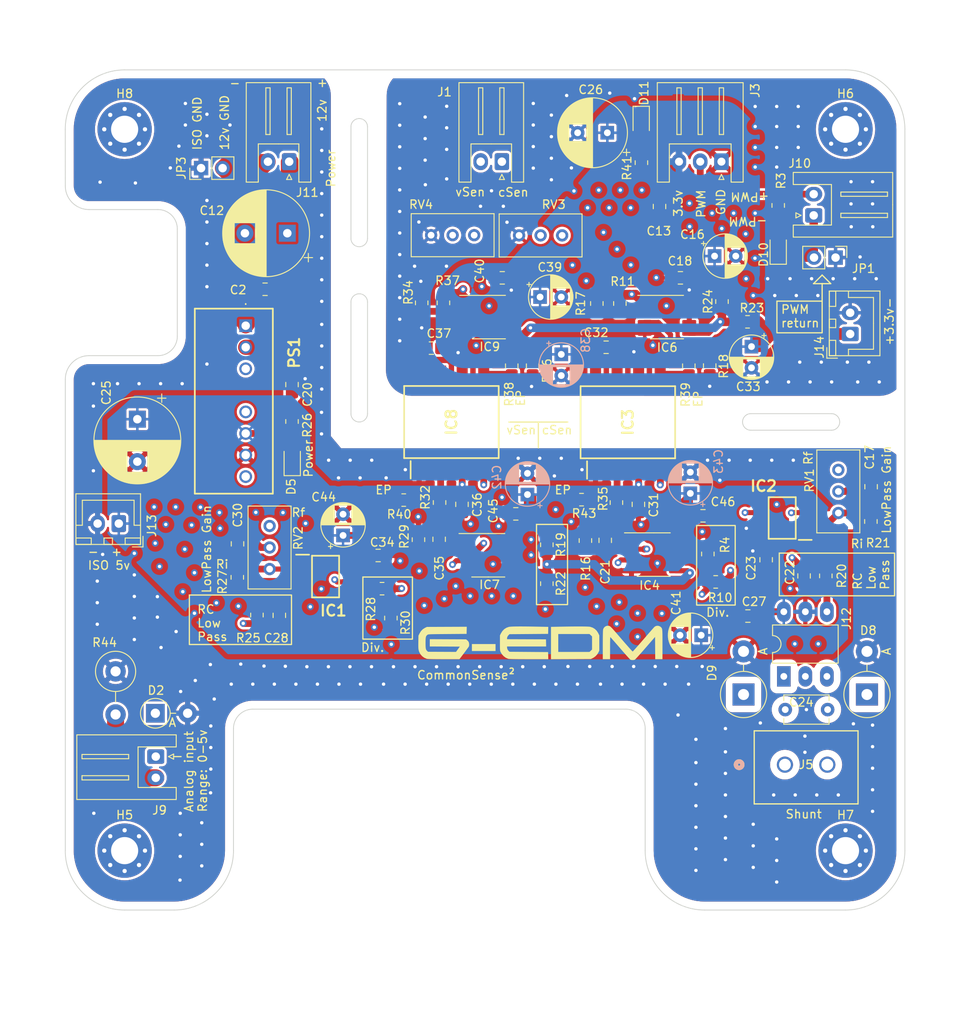
<source format=kicad_pcb>
(kicad_pcb (version 20221018) (generator pcbnew)
  (layers (0 "F.Cu" signal) (1 "In1.Cu" signal) (2 "In2.Cu" signal) (31 "B.Cu" signal) (34 "B.Paste" user) (35 "F.Paste" user) (36 "B.SilkS" user "B.Silkscreen") (37 "F.SilkS" user "F.Silkscreen") (38 "B.Mask" user) (39 "F.Mask" user) (44 "Edge.Cuts" user))
  (net 0 "")
  (net 1 "ISO+5v")
  (net 2 "Net-(D9-K)")
  (net 3 "Net-(D8-K)")
  (net 4 "ESP3.3v")
  (net 5 "Net-(D5-A)")
  (net 6 "GND3")
  (net 7 "Net-(IC3-LED_ANODE)")
  (net 12 "Net-(J12-Pin_4)")
  (net 15 "Net-(D10-A)")
  (net 16 "Isolated-vsense-out")
  (net 17 "Net-(D11-A)")
  (net 18 "Net-(IC3-PD1_ANODE)")
  (net 23 "Net-(IC2-OUTPUT)")
  (net 24 "Net-(IC2--IN)")
  (net 25 "Net-(IC2-+IN)")
  (net 26 "Isolated-csense-out")
  (net 27 "Net-(D10-K)")
  (net 28 "Net-(IC4-1OUT)")
  (net 29 "Net-(IC4-1IN+)")
  (net 30 "2.5V")
  (net 31 "Net-(IC4-2IN-)")
  (net 32 "Net-(IC3-PD2_ANODE)")
  (net 33 "Net-(IC6-1IN-)")
  (net 34 "1,65V")
  (net 35 "Net-(IC6-2IN-)")
  (net 36 "Net-(IC1-+IN)")
  (net 37 "Net-(IC1-OUTPUT)")
  (net 38 "Net-(IC1--IN)")
  (net 42 "Net-(IC8-PD2_ANODE)")
  (net 44 "Net-(IC7-1IN-)")
  (net 45 "Net-(IC7-1OUT)")
  (net 46 "Net-(IC7-1IN+)")
  (net 47 "Net-(IC7-2IN-)")
  (net 48 "Net-(IC8-LED_ANODE)")
  (net 51 "Net-(IC9-1IN-)")
  (net 52 "Net-(IC9-2IN-)")
  (net 53 "Net-(IC6-1OUT)")
  (net 54 "Net-(IC9-1OUT)")
  (net 55 "Net-(IC6-1IN+)")
  (net 56 "Net-(IC9-1IN+)")
  (net 57 "+12v-from-pb")
  (net 58 "pwm-from-esp")
  (net 59 "GND1")
  (net 60 "to-gnd2-on-pb")
  (net 61 "Net-(J9-Pin_2)")
  (net 62 "Net-(D2-K)")
  (footprint "Package_SO:SOP-8_3.9x4.9mm_P1.27mm" (layer "F.Cu") (at 103.051875 89.682675)
    (fp_text reference "IC4")
    (fp_text value "     LM358F-GE2 ")
  )
  (footprint "Connector_PinHeader_2.54mm:PinHeader_1x02_P2.54mm_Vertical" (layer "F.Cu") (at 49.6774 44.1452 90)
    (fp_text reference "JP3")
    (fp_text value "1x02 pin header jumper cap (149-3-002-F0-XS)")
  )
  (footprint "Capacitor_SMD:C_0805_2012Metric_Pad1.18x1.45mm_HandSolder" (layer "F.Cu") (at 116.3066 90.2931 -90)
    (fp_text reference "C23")
    (fp_text value "0.1uf-50v-x7r 08055C104K4T2A")
  )
  (footprint "Connector_JST:JST_XH_S3B-XH-A_1x03_P2.50mm_Horizontal" (layer "F.Cu") (at 111.0342 43.3832 180)
    (fp_text reference "J3")
    (fp_text value "JST_XH_S3B-XH-A_1x03_P2.50mm_Horizontal")
  )
  (footprint "Resistor_SMD:R_0805_2012Metric_Pad1.20x1.40mm_HandSolder" (layer "F.Cu") (at 99.06 60.0964 90)
    (fp_text reference "R11")
    (fp_text value "20k RK73H2ARTTD2002F")
  )
  (footprint "Capacitor_SMD:C_0805_2012Metric_Pad1.18x1.45mm_HandSolder" (layer "F.Cu") (at 106.1974 57.0738 180)
    (fp_text reference "C18")
    (fp_text value "0.1uf-50v-x7r 08055C104K4T2A")
  )
  (footprint "Capacitor_SMD:C_0805_2012Metric_Pad1.18x1.45mm_HandSolder" (layer "F.Cu") (at 101.2444 83.7653 90)
    (fp_text reference "C31")
    (fp_text value "0.1uf-50v-x7r 08055C104K4T2A")
  )
  (footprint "Resistor_SMD:R_0805_2012Metric_Pad1.20x1.40mm_HandSolder" (layer "F.Cu") (at 94.996 88.0286 -90)
    (fp_text reference "R16")
    (fp_text value "100k 1% Würth WRIS-RSKS 560112120013")
  )
  (footprint "Capacitor_THT:CP_Radial_D5.0mm_P2.50mm" (layer "F.Cu") (at 114.5794 65.1764 -90)
    (fp_text reference "C33")
    (fp_text value "X")
  )
  (footprint "Capacitor_SMD:C_0805_2012Metric_Pad1.18x1.45mm_HandSolder" (layer "F.Cu") (at 86.7879 84.8868)
    (fp_text reference "C45")
    (fp_text value "0.1uf-50v-x7r 08055C104K4T2A")
  )
  (footprint "Capacitor_SMD:C_0805_2012Metric_Pad1.18x1.45mm_HandSolder" (layer "F.Cu") (at 103.7336 48.6664 -90)
    (fp_text reference "C13")
    (fp_text value "0.1uf-50v-x7r 08055C104K4T2A")
  )
  (footprint "Resistor_SMD:R_0805_2012Metric_Pad1.20x1.40mm_HandSolder" (layer "F.Cu") (at 111.0996 59.8678 90)
    (fp_text reference "R24")
    (fp_text value "10k 1% WRIS-RSKS 560112120004 ")
  )
  (footprint "Resistor_SMD:R_0805_2012Metric_Pad1.20x1.40mm_HandSolder" (layer "F.Cu") (at 71.0184 93.7006 180)
    (fp_text reference "R28")
    (fp_text value "10k 1% WRIS-RSKS 560112120004 ")
  )
  (footprint "Resistor_SMD:R_0805_2012Metric_Pad1.20x1.40mm_HandSolder" (layer "F.Cu") (at 114.1128 62.2554 180)
    (fp_text reference "R23")
    (fp_text value "10k 1% WRIS-RSKS 560112120004 ")
  )
  (footprint "custom:SOP254P1230X400-8N" (layer "F.Cu") (at 79.1972 74.0664 90)
    (fp_text reference "IC8")
    (fp_text value "HCNR201-500E" hide)
  )
  (footprint "Package_SO:SOP-8_3.9x4.9mm_P1.27mm" (layer "F.Cu") (at 104.6138 61.6966)
    (fp_text reference "IC6")
    (fp_text value "OPA2350UA")
  )
  (footprint "Capacitor_THT:C_Disc_D5.1mm_W3.2mm_P5.00mm" (layer "F.Cu") (at 123.5564 107.95 180)
    (fp_text reference "C24")
    (fp_text value "C100pf500v KERKO-500 100P")
  )
  (footprint "Connector_JST:JST_XH_S2B-XH-A_1x02_P2.50mm_Horizontal" (layer "F.Cu") (at 121.9142 49.7132 90)
    (fp_text reference "J10")
    (fp_text value "JST_XH_S2B-XH-A_1x02_P2.50mm_Horizontal")
  )
  (footprint "graphics:gedm-logoa2" (layer "F.Cu") (at 89.8652 99.7966)
    (fp_text reference "G***" hide)
    (fp_text value "LOGO" hide)
  )
  (footprint "Resistor_SMD:R_0805_2012Metric_Pad1.20x1.40mm_HandSolder" (layer "F.Cu") (at 88.773 67.437 90)
    (fp_text reference "R36")
    (fp_text value "100k 1% Würth WRIS-RSKS 560112120013")
  )
  (footprint "Potentiometer_THT:Potentiometer_Bourns_3296W_Vertical" (layer "F.Cu") (at 81.8796 52.0446)
    (fp_text reference "RV4")
    (fp_text value "3296W Poti 10kOhm")
  )
  (footprint "Resistor_SMD:R_0805_2012Metric_Pad1.20x1.40mm_HandSolder" (layer "F.Cu") (at 90.4494 93.1098 -90)
    (fp_text reference "R22")
    (fp_text value "10k 1% WRIS-RSKS 560112120004 ")
  )
  (footprint "Capacitor_THT:CP_Radial_D5.0mm_P2.50mm" (layer "F.Cu") (at 110.224688 54.5084)
    (fp_text reference "C16")
    (fp_text value "47uf63v RD1J476M6L011M18")
  )
  (footprint "custom:CONN2_796643-2_TEC" (layer "F.Cu") (at 118.5202 114.4397)
    (fp_text reference "J5")
    (fp_text value "1776138-2 and 796641-2")
  )
  (footprint "Resistor_SMD:R_0805_2012Metric_Pad1.20x1.40mm_HandSolder" (layer "F.Cu") (at 96.3422 60.0964 -90)
    (fp_text reference "R17")
    (fp_text value "20k RK73H2ARTTD2002F")
  )
  (footprint "Capacitor_SMD:C_0805_2012Metric_Pad1.18x1.45mm_HandSolder" (layer "F.Cu") (at 60.4012 69.6507 90)
    (fp_text reference "C20")
    (fp_text value "0.1uf-50v-x7r 08055C104K4T2A")
  )
  (footprint "Resistor_SMD:R_0805_2012Metric_Pad1.20x1.40mm_HandSolder" (layer "F.Cu") (at 60.4012 73.9996 90)
    (fp_text reference "R26")
    (fp_text value "560Ohm RK73B2ATTD561J")
  )
  (footprint "Resistor_SMD:R_0805_2012Metric_Pad1.20x1.40mm_HandSolder" (layer "F.Cu") (at 56.26535 96.8088 90)
    (fp_text reference "R25")
    (fp_text value "1kOhm 5% ERJ-T06J102V ")
  )
  (footprint "Resistor_SMD:R_0805_2012Metric_Pad1.20x1.40mm_HandSolder" (layer "F.Cu") (at 90.4494 88.5284 -90)
    (fp_text reference "R19")
    (fp_text value "10k 1% WRIS-RSKS 560112120004 ")
  )
  (footprint "Potentiometer_THT:Potentiometer_Bourns_3296W_Vertical" (layer "F.Cu") (at 57.7596 91.3892 -90)
    (fp_text reference "RV2")
    (fp_text value "3296W Poti 10kOhm")
  )
  (footprint "Resistor_THT:R_Axial_DIN0414_L11.9mm_D4.5mm_P5.08mm_Vertical" (layer "F.Cu") (at 39.5986 103.4458 -90)
    (fp_text reference "R44")
    (fp_text value "1kOhm")
  )
  (footprint "Capacitor_SMD:C_0805_2012Metric_Pad1.18x1.45mm_HandSolder" (layer "F.Cu") (at 114.1515 96.9264)
    (fp_text reference "C27")
    (fp_text value "0.1uf-50v-x7r 08055C104K4T2A")
  )
  (footprint "Diode_THT:D_DO-41_SOD81_P3.81mm_Vertical_AnodeUp" (layer "F.Cu") (at 44.286817 108.3818)
    (fp_text reference "D2")
    (fp_text value "5.1v Zener (Not used)")
  )
  (footprint "Connector_JST:JST_XH_B2B-XH-A_1x02_P2.50mm_Vertical" (layer "F.Cu") (at 126.2126 63.6886 90)
    (fp_text reference "J14")
    (fp_text value "JST XHP-2")
  )
  (footprint "Capacitor_THT:CP_Radial_D8.0mm_P3.50mm" (layer "F.Cu") (at 97.5816 39.9796 180)
    (fp_text reference "C26")
    (fp_text value "220uf35v RD1V227M0811M160")
  )
  (footprint "Resistor_SMD:R_0805_2012Metric_Pad1.20x1.40mm_HandSolder" (layer "F.Cu") (at 128.6559 85.78275 -90)
    (fp_text reference "R21")
    (fp_text value "1kOhm 5% ERJ-T06J102V")
  )
  (footprint "Resistor_SMD:R_0805_2012Metric_Pad1.20x1.40mm_HandSolder" (layer "F.Cu") (at 86.3092 67.437 90)
    (fp_text reference "R38")
    (fp_text value "Zero Ohm RCC08050000Z0EA")
  )
  (footprint "Resistor_SMD:R_0805_2012Metric_Pad1.20x1.40mm_HandSolder" (layer "F.Cu") (at 110.3564 92.9038)
    (fp_text reference "R10")
    (fp_text value "10k 1% WRIS-RSKS 560112120004 ")
  )
  (footprint "Resistor_SMD:R_0805_2012Metric_Pad1.20x1.40mm_HandSolder" (layer "F.Cu") (at 75.692 60.0202 -90)
    (fp_text reference "R34")
    (fp_text value "20k RK73H2ARTTD2002F")
  )
  (footprint "Resistor_SMD:R_0805_2012Metric_Pad1.20x1.40mm_HandSolder" (layer "F.Cu") (at 117.729 48.5394 90)
    (fp_text reference "R3")
    (fp_text value "220")
  )
  (footprint "Capacitor_SMD:C_0805_2012Metric_Pad1.18x1.45mm_HandSolder" (layer "F.Cu") (at 85.1916 57.0738 180)
    (fp_text reference "C40")
    (fp_text value "0.1uf-50v-x7r 08055C104K4T2A")
  )
  (footprint "Connector_PinHeader_2.54mm:PinHeader_1x02_P2.54mm_Vertical" (layer "F.Cu") (at 124.4904 54.6862 -90)
    (fp_text reference "JP1")
    (fp_text value "Jumper_2_Bridged")
  )
  (footprint "Resistor_SMD:R_0805_2012Metric_Pad1.20x1.40mm_HandSolder" (layer "F.Cu") (at 77.8002 83.55 -90)
    (fp_text reference "R32")
    (fp_text value "200Ohm WRIS-RSKS 560112120015")
  )
  (footprint "Capacitor_THT:CP_Radial_D5.0mm_P2.50mm" (layer "F.Cu") (at 66.421 87.4268 90)
    (fp_text reference "C44")
    (fp_text value "47uf63v RD1J476M6L011M18")
  )
  (footprint "Capacitor_SMD:C_0805_2012Metric_Pad1.18x1.45mm_HandSolder" (layer "F.Cu") (at 57.2262 58.42 180)
    (fp_text reference "C2")
    (fp_text value "0.1uf-50v-x7r 08055C104K4T2A")
  )
  (footprint "Capacitor_SMD:C_0805_2012Metric_Pad1.18x1.45mm_HandSolder" (layer "F.Cu") (at 76.835 65.3542 180)
    (fp_text reference "C37")
    (fp_text value "0.1uf-50v-x7r 08055C104K4T2A")
  )
  (footprint "Capacitor_SMD:C_0805_2012Metric_Pad1.18x1.45mm_HandSolder" (layer "F.Cu") (at 97.4383 65.2526 180)
    (fp_text reference "C32")
    (fp_text value "0.1uf-50v-x7r 08055C104K4T2A")
  )
  (footprint "Resistor_SMD:R_0805_2012Metric_Pad1.20x1.40mm_HandSolder" (layer "F.Cu") (at 101.6 43.5008 -90)
    (fp_text reference "R41")
    (fp_text value "220 Ohm 5% ERJ-T06J221V")
  )
  (footprint "MountingHole:MountingHole_3.2mm_M3_Pad_Via" (layer "F.Cu") (at 125.6642 124.5692)
    (fp_text reference "H7")
    (fp_text value "MountingHole")
  )
  (footprint "custom:SOP254P1230X400-8N" (layer "F.Cu") (at 99.9998 74.0918 90)
    (fp_text reference "IC3")
    (fp_text value "HCNR201-500E" hide)
  )
  (footprint "Resistor_SMD:R_0805_2012Metric_Pad1.20x1.40mm_HandSolder" (layer "F.Cu") (at 73.5744 83.2612 180)
    (fp_text reference "R40")
    (fp_text value "10k?")
  )
  (footprint "custom:RS3K2405SZH3" (layer "F.Cu") (at 54.9402 62.7126 -90)
    (fp_text reference "PS1")
    (fp_text value "     RS3K-2405SZ/H3 " hide)
  )
  (footprint "Capacitor_SMD:C_0805_2012Metric_Pad1.18x1.45mm_HandSolder" (layer "F.Cu") (at 70.5573 89.789)
    (fp_text reference "C34")
    (fp_text value "0.1uf-50v-x7r 08055C104K4T2A")
  )
  (footprint "Capacitor_SMD:C_0805_2012Metric_Pad1.18x1.45mm_HandSolder" (layer "F.Cu") (at 97.3328 88.0071 90)
    (fp_text reference "C21")
    (fp_text value "100pf50v X7R C0805C101J5RACTU")
  )
  (footprint "MountingHole:MountingHole_3.2mm_M3_Pad_Via" (layer "F.Cu") (at 40.6642 39.5692)
    (fp_text reference "H8")
    (fp_text value "MountingHole")
  )
  (footprint "Capacitor_SMD:C_0805_2012Metric_Pad1.18x1.45mm_HandSolder" (layer "F.Cu") (at 80.4418 83.7653 90)
    (fp_text reference "C36")
    (fp_text value "0.1uf-50v-x7r 08055C104K4T2A")
  )
  (footprint "Capacitor_THT:CP_Radial_D5.0mm_P2.50mm" (layer "F.Cu") (at 108.647113 99.187 180)
    (fp_text reference "C41")
    (fp_text value "47uf63v RD1J476M6L011M18")
  )
  (footprint "Resistor_SMD:R_0805_2012Metric_Pad1.20x1.40mm_HandSolder" (layer "F.Cu") (at 107.188 67.437 90)
    (fp_text reference "R39")
    (fp_text value "Zero Ohm RCC08050000Z0EA")
  )
  (footprint "Potentiometer_THT:Potentiometer_Bourns_3296W_Vertical" (layer "F.Cu") (at 124.8205 84.78275 -90)
    (fp_text reference "RV1")
    (fp_text value "3296W Poti 10kOhm")
  )
  (footprint "Package_DIP:DIP-6_W7.62mm_LongPads" (layer "F.Cu") (at 118.3894 104.0384 90)
    (fp_text reference "J12")
    (fp_text value "INA293B3QDBVRQ1 on PCB3007-1 Adapter")
  )
  (footprint "Potentiometer_THT:Potentiometer_Bourns_3296W_Vertical" (layer "F.Cu") (at 92.2528 52.07)
    (fp_text reference "RV3")
    (fp_text value "3296W Poti 10kOhm")
  )
  (footprint "Resistor_SMD:R_0805_2012Metric_Pad1.20x1.40mm_HandSolder" (layer "F.Cu") (at 72.0598 97.1644 -90)
    (fp_text reference "R30")
    (fp_text value "4k7")
  )
  (footprint "Diode_THT:D_DO-201_P5.08mm_Vertical_AnodeUp" (layer "F.Cu") (at 113.6396 106.172 90)
    (fp_text reference "D9")
    (fp_text value "1N5379B 110v Zener")
  )
  (footprint "Capacitor_SMD:C_0805_2012Metric_Pad1.18x1.45mm_HandSolder" (layer "F.Cu") (at 120.777 92.1981 -90)
    (fp_text reference "C22")
    (fp_text value "100pf50v X7R C0805C101J5RACTU")
  )
  (footprint "Resistor_SMD:R_0805_2012Metric_Pad1.20x1.40mm_HandSolder" (layer "F.Cu") (at 94.5388 83.2104 180)
    (fp_text reference "R43")
    (fp_text value "10k?")
  )
  (footprint "Connector_JST:JST_XH_B2B-XH-A_1x02_P2.50mm_Vertical" (layer "F.Cu") (at 39.9796 86.0298 180)
    (fp_text reference "J13")
    (fp_text value "JST XHP-2")
  )
  (footprint "Capacitor_THT:CP_Radial_D10.0mm_P5.00mm" (layer "F.Cu") (at 59.847877 51.816 180)
    (fp_text reference "C12")
    (fp_text value "220uf50v RD1H227M1012M128")
  )
  (footprint "Resistor_SMD:R_0805_2012Metric_Pad1.20x1.40mm_HandSolder" (layer "F.Cu") (at 78.2574 60.0202 90)
    (fp_text reference "R37")
    (fp_text value "20k RK73H2ARTTD2002F")
  )
  (footprint "Package_SO:SOP-8_3.9x4.9mm_P1.27mm" (layer "F.Cu") (at 83.5406 89.7636)
    (fp_text reference "IC7")
    (fp_text value "     LM358F-GE2 ")
  )
  (footprint "Capacitor_THT:CP_Radial_D5.0mm_P2.50mm" (layer "F.Cu") (at 89.650688 59.3344)
    (fp_text reference "C39")
    (fp_text value "47uf63v RD1J476M6L011M18")
  )
  (footprint "Connector_JST:JST_XH_S2B-XH-A_1x02_P2.50mm_Horizontal" (layer "F.Cu") (at 60.0662 43.3832 180)
    (fp_text reference "J11")
    (fp_text value "JST_XH_S2B-XH-A_1x02_P2.50mm_Horizontal")
  )
  (footprint "LED_SMD:LED_0805_2012Metric_Pad1.15x1.40mm_HandSolder" (layer "F.Cu") (at 60.4266 78.5204 90)
    (fp_text reference "D5")
    (fp_text value "SM0805UGC")
  )
  (footprint "Capacitor_SMD:C_0805_2012Metric_Pad1.18x1.45mm_HandSolder" (layer "F.Cu") (at 108.8605 85.1154 180)
    (fp_text reference "C46")
    (fp_text value "0.1uf-50v-x7r 08055C104K4T2A")
  )
  (footprint "LED_SMD:LED_0805_2012Metric_Pad1.15x1.40mm_HandSolder" (layer "F.Cu") (at 101.5746 38.7186 -90)
    (fp_text reference "D11")
    (fp_text value "SM0805UGC")
  )
  (footprint "LED_SMD:LED_0805_2012Metric_Pad1.15x1.40mm_HandSolder" (layer "F.Cu") (at 117.729 53.6104 90)
    (fp_text reference "D10")
    (fp_text value "APT2012LVBC/D ")
  )
  (footprint "custom:SOIC127P600X175-8N" (layer "F.Cu") (at 64.3568 92.2716)
    (fp_text reference "IC1")
    (fp_text value "OPA350UA" hide)
  )
  (footprint "Capacitor_SMD:C_0805_2012Metric_Pad1.18x1.45mm_HandSolder" (layer "F.Cu") (at 58.90695 96.8463 -90)
    (fp_text reference "C28")
    (fp_text value "100pf50v X7R C0805C101J5RACTU")
  )
  (footprint "Resistor_SMD:R_0805_2012Metric_Pad1.20x1.40mm_HandSolder" (layer "F.Cu") (at 75.311 87.9254 -90)
    (fp_text reference "R29")
    (fp_text value "100k 1% Würth WRIS-RSKS 560112120013")
  )
  (footprint "MountingHole:MountingHole_3.2mm_M3_Pad_Via" (layer "F.Cu") (at 40.6642 124.5692)
    (fp_text reference "H5")
    (fp_text value "MountingHole_Pad")
  )
  (footprint "Resistor_SMD:R_0805_2012Metric_Pad1.20x1.40mm_HandSolder" (layer "F.Cu") (at 123.3424 92.1926 90)
    (fp_text reference "R20")
    (fp_text value "1kOhm 5% ERJ-T06J102V")
  )
  (footprint "Resistor_SMD:R_0805_2012Metric_Pad1.20x1.40mm_HandSolder" (layer "F.Cu") (at 109.4326 89.6112 90)
    (fp_text reference "R4")
    (fp_text value "4k7")
  )
  (footprint "Resistor_SMD:R_0805_2012Metric_Pad1.20x1.40mm_HandSolder" (layer "F.Cu") (at 98.6536 83.5566 -90)
    (fp_text reference "R35")
    (fp_text value "200Ohm WRIS-RSKS 560112120015")
  )
  (footprint "Capacitor_THT:CP_Radial_D10.0mm_P5.00mm" (layer "F.Cu") (at 42.164 73.730723 -90)
    (fp_text reference "C25")
    (fp_text value "220uf50v RD1H227M1012M128")
  )
  (footprint "MountingHole:MountingHole_3.2mm_M3_Pad_Via" (layer "F.Cu") (at 125.6642 39.5692)
    (fp_text reference "H6")
    (fp_text value "MountingHole")
  )
  (footprint "Capacitor_SMD:C_0805_2012Metric_Pad1.18x1.45mm_HandSolder" (layer "F.Cu") (at 77.7494 87.8801 90)
    (fp_text reference "C35")
    (fp_text value "100pf50v X7R C0805C101J5RACTU")
  )
  (footprint "Diode_THT:D_DO-201_P5.08mm_Vertical_AnodeUp" (layer "F.Cu") (at 128.1938 106.172 90)
    (fp_text reference "D8")
    (fp_text value "1N5379B 110v Zener")
  )
  (footprint "Capacitor_SMD:C_0805_2012Metric_Pad1.18x1.45mm_HandSolder" (layer "F.Cu") (at 53.975 88.4174 -90)
    (fp_text reference "C30")
    (fp_text value "47pf X")
  )
  (footprint "Package_SO:SOP-8_3.9x4.9mm_P1.27mm" (layer "F.Cu") (at 83.6168 61.6966)
    (fp_text reference "IC9")
    (fp_text value "OPA2350UA")
  )
  (footprint "Capacitor_SMD:C_0805_2012Metric_Pad1.18x1.45mm_HandSolder" (layer "F.Cu") (at 128.6813 81.68785 -90)
    (fp_text reference "C17")
    (fp_text value "47pf X")
  )
  (footprint "Connector_JST:JST_XH_S2B-XH-A_1x02_P2.50mm_Horizontal" (layer "F.Cu") (at 85.1462 43.3832 180)
    (fp_text reference "J1")
    (fp_text value "JST_XH_S2B-XH-A_1x02_P2.50mm_Horizontal")
  )
  (footprint "custom:SOIC127P600X175-8N" (layer "F.Cu") (at 118.1987 85.37185 180)
    (fp_text reference "IC2")
    (fp_text value "OPA350UA" hide)
  )
  (footprint "Connector_JST:JST_XH_S2B-XH-A_1x02_P2.50mm_Horizontal" (layer "F.Cu") (at 44.3382 113.4872 -90)
    (fp_text reference "J9")
    (fp_text value "JST_XH_S2B-XH-A_1x02_P2.50mm_Horizontal")
  )
  (footprint "Resistor_SMD:R_0805_2012Metric_Pad1.20x1.40mm_HandSolder" (layer "F.Cu") (at 53.9496 92.3638 -90)
    (fp_text reference "R27")
    (fp_text value "1kOhm 5% ERJ-T06J102V ")
  )
  (footprint "Resistor_SMD:R_0805_2012Metric_Pad1.20x1.40mm_HandSolder" (layer "F.Cu") (at 109.6518 67.421 90)
    (fp_text reference "R18")
    (fp_text value "100k 1% Würth WRIS-RSKS 560112120013")
  )
  (footprint "Capacitor_THT:CP_Radial_D5.0mm_P2.50mm" (layer "B.Cu") (at 92.1512 66.0908 -90)
    (fp_text reference "C38")
    (fp_text value "X")
  )
  (footprint "Capacitor_THT:CP_Radial_D5.0mm_P2.50mm" (layer "B.Cu") (at 107.3658 82.4738 90)
    (fp_text reference "C43")
    (fp_text value "X")
  )
  (footprint "Capacitor_THT:CP_Radial_D5.0mm_P2.50mm" (layer "B.Cu") (at 88.1634 82.612113 90)
    (fp_text reference "C42")
    (fp_text value "X")
  )
  (gr_rect (start 117.856 89.5096) (end 131.445 94.5388) (stroke (width 0.15)) (fill none) (layer "F.SilkS"))
  (gr_rect (start 117.5766 59.817) (end 122.9106 63.5508) (stroke (width 0.15)) (fill none) (layer "F.SilkS"))
  (gr_line (start 122.9106 56.7436) (end 121.8946 57.7596) (stroke (width 0.15)) (layer "F.SilkS"))
  (gr_line (start 121.8946 57.7596) (end 122.9106 57.7596) (stroke (width 0.15)) (layer "F.SilkS"))
  (gr_line (start 122.9106 56.7436) (end 123.9266 57.7596) (stroke (width 0.15)) (layer "F.SilkS"))
  (gr_line (start 85.979 74.0664) (end 92.9132 74.0664) (stroke (width 0.15)) (layer "F.SilkS"))
  (gr_rect (start 68.7578 92.329) (end 74.5998 99.6442) (stroke (width 0.15)) (fill none) (layer "F.SilkS"))
  (gr_rect (start 89.2302 86.1281) (end 92.8878 95.5769) (stroke (width 0.15)) (fill none) (layer "F.SilkS"))
  (gr_rect (start 108.1118 86.2584) (end 112.6584 95.631) (stroke (width 0.15)) (fill none) (layer "F.SilkS"))
  (gr_rect (start 48.29905 94.4499) (end 60.33865 100.2792) (stroke (width 0.15)) (fill none) (layer "F.SilkS"))
  (gr_line (start 46.4382 113.4872) (end 47.3202 113.4872) (stroke (width 0.15)) (layer "F.SilkS"))
  (gr_line (start 89.4461 77.1144) (end 89.4461 74.0664) (stroke (width 0.15)) (layer "F.SilkS"))
  (gr_line (start 123.9266 57.7596) (end 122.9106 57.7596) (stroke (width 0.15)) (layer "F.SilkS"))
  (gr_line (start 122.9106 59.817) (end 122.9106 57.7596) (stroke (width 0.15)) (layer "F.SilkS"))
  (gr_line (start 114.5032 73.0758) (end 124.0028 73.0758) (stroke (width 0.1)) (layer "Edge.Cuts"))
  (gr_arc (start 132.6642 124.5692) (mid 130.613947 129.518947) (end 125.6642 131.5692) (stroke (width 0.1)) (layer "Edge.Cuts"))
  (gr_arc (start 53.500453 124.5692) (mid 51.4502 129.518947) (end 46.500453 131.5692) (stroke (width 0.1)) (layer "Edge.Cuts"))
  (gr_line (start 33.6702 46.233544) (end 33.6642 39.5692) (stroke (width 0.1)) (layer "Edge.Cuts"))
  (gr_arc (start 40.6642 131.5692) (mid 35.714453 129.518947) (end 33.6642 124.5692) (stroke (width 0.1)) (layer "Edge.Cuts"))
  (gr_arc (start 69.303157 73.089243) (mid 68.326 74.0664) (end 67.348843 73.089243) (stroke (width 0.1)) (layer "Edge.Cuts"))
  (gr_arc (start 53.500453 110.1852) (mid 54.170007 108.568754) (end 55.786453 107.8992) (stroke (width 0.1)) (layer "Edge.Cuts"))
  (gr_line (start 125.6642 32.5692) (end 40.6642 32.5692) (stroke (width 0.1)) (layer "Edge.Cuts"))
  (gr_line (start 99.7562 107.8992) (end 55.786453 107.8992) (stroke (width 0.1)) (layer "Edge.Cuts"))
  (gr_arc (start 99.7562 107.8992) (mid 101.372646 108.568754) (end 102.0422 110.1852) (stroke (width 0.1)) (layer "Edge.Cuts"))
  (gr_line (start 46.8782 51.313544) (end 46.8782 63.9572) (stroke (width 0.1)) (layer "Edge.Cuts"))
  (gr_line (start 53.500453 110.1852) (end 53.500453 124.5692) (stroke (width 0.1)) (layer "Edge.Cuts"))
  (gr_arc (start 44.5922 49.027544) (mid 46.208646 49.697098) (end 46.8782 51.313544) (stroke (width 0.1)) (layer "Edge.Cuts"))
  (gr_arc (start 67.348843 59.9186) (mid 68.326 58.941443) (end 69.303157 59.9186) (stroke (width 0.1)) (layer "Edge.Cuts"))
  (gr_line (start 44.5922 66.2432) (end 36.4642 66.2432) (stroke (width 0.1)) (layer "Edge.Cuts"))
  (gr_arc (start 46.8782 63.9572) (mid 46.208646 65.573646) (end 44.5922 66.2432) (stroke (width 0.1)) (layer "Edge.Cuts"))
  (gr_line (start 44.5922 49.027544) (end 36.4642 49.027544) (stroke (width 0.1)) (layer "Edge.Cuts"))
  (gr_line (start 102.0422 110.1852) (end 102.0422 124.5692) (stroke (width 0.1)) (layer "Edge.Cuts"))
  (gr_arc (start 33.6702 69.0372) (mid 34.488544 67.061544) (end 36.4642 66.2432) (stroke (width 0.1)) (layer "Edge.Cuts"))
  (gr_arc (start 114.5032 75.030114) (mid 113.526043 74.052957) (end 114.5032 73.0758) (stroke (width 0.1)) (layer "Edge.Cuts"))
  (gr_line (start 109.0422 131.5692) (end 125.6642 131.5692) (stroke (width 0.1)) (layer "Edge.Cuts"))
  (gr_line (start 124.0028 75.030114) (end 114.5032 75.030114) (stroke (width 0.1)) (layer "Edge.Cuts"))
  (gr_line (start 67.348843 73.089243) (end 67.348843 59.9186) (stroke (width 0.1)) (layer "Edge.Cuts"))
  (gr_arc (start 69.303157 52.439043) (mid 68.326 53.4162) (end 67.348843 52.439043) (stroke (width 0.1)) (layer "Edge.Cuts"))
  (gr_line (start 69.303157 39.2684) (end 69.303157 52.439043) (stroke (width 0.1)) (layer "Edge.Cuts"))
  (gr_line (start 33.6702 69.0372) (end 33.6702 124.5692) (stroke (width 0.1)) (layer "Edge.Cuts"))
  (gr_arc (start 124.0028 73.0758) (mid 124.979957 74.052957) (end 124.0028 75.030114) (stroke (width 0.1)) (layer "Edge.Cuts"))
  (gr_arc (start 33.6642 39.5692) (mid 35.714453 34.619453) (end 40.6642 32.5692) (stroke (width 0.1)) (layer "Edge.Cuts"))
  (gr_line (start 67.348843 39.2684) (end 67.348843 52.439043) (stroke (width 0.1)) (layer "Edge.Cuts"))
  (gr_line (start 69.303157 59.9186) (end 69.303157 73.089243) (stroke (width 0.1)) (layer "Edge.Cuts"))
  (gr_arc (start 125.6642 32.5692) (mid 130.613947 34.619453) (end 132.6642 39.5692) (stroke (width 0.1)) (layer "Edge.Cuts"))
  (gr_arc (start 36.4642 49.027544) (mid 34.488544 48.2092) (end 33.6702 46.233544) (stroke (width 0.1)) (layer "Edge.Cuts"))
  (gr_arc (start 67.348843 39.2684) (mid 68.326 38.291243) (end 69.303157 39.2684) (stroke (width 0.1)) (layer "Edge.Cuts"))
  (gr_line (start 40.6642 131.5692) (end 46.500453 131.5692) (stroke (width 0.1)) (layer "Edge.Cuts"))
  (gr_arc (start 109.0422 131.5692) (mid 104.092453 129.518947) (end 102.0422 124.5692) (stroke (width 0.1)) (layer "Edge.Cuts"))
  (gr_line (start 132.6642 124.5692) (end 132.6642 39.5692) (stroke (width 0.1)) (layer "Edge.Cuts"))
  (gr_text "vSen" (at 79.5782 47.5488) (layer "F.SilkS") (effects (font (size 1 1)) (justify left bottom)))
  (gr_text "vSen" (at 85.598 75.5904) (layer "F.SilkS") (effects (font (size 1 1)) (justify left bottom)))
  (gr_text "+PWM" (at 116.7384 46.9392 180) (layer "F.SilkS") (effects (font (size 1 1)) (justify left bottom)))
  (gr_text "-" (at 54.3814 33.6804 180) (layer "F.SilkS") (effects (font (size 1 1)) (justify left bottom)))
  (gr_text "Rf" (at 121.8692 79.1972 90) (layer "F.SilkS") (effects (font (size 1 1)) (justify left bottom)))
  (gr_text "12v" (at 64.5414 38.7858 90) (layer "F.SilkS") (effects (font (size 1 1)) (justify left bottom)))
  (gr_text "cSen" (at 89.7636 75.5904) (layer "F.SilkS") (effects (font (size 1 1)) (justify left bottom)))
  (gr_text "Shunt" (at 118.5164 120.8532) (layer "F.SilkS") (effects (font (size 1 1)) (justify left bottom)))
  (gr_text "+3.3v-\n" (at 131.4196 65.1256 90) (layer "F.SilkS") (effects (font (size 1 1)) (justify left bottom)))
  (gr_text "Div." (at 109.1438 97.0788) (layer "F.SilkS") (effects (font (size 1 1)) (justify left bottom)))
  (gr_text "Ri" (at 51.3334 91.4146) (layer "F.SilkS") (effects (font (size 1 1)) (justify left bottom)))
  (gr_text "Power" (at 65.5828 46.482 90) (layer "F.SilkS") (effects (font (size 1 1)) (justify left bottom)))
  (gr_text "PWM \nreturn" (at 117.983 62.992) (layer "F.SilkS") (effects (font (size 1 1)) (justify left bottom)))
  (gr_text "EP" (at 91.2876 82.6516) (layer "F.SilkS") (effects (font (size 1 1)) (justify left bottom)))
  (gr_text "EP" (at 108.8644 72.39 90) (layer "F.SilkS") (effects (font (size 1 1)) (justify left bottom)))
  (gr_text "Power" (at 62.9158 80.6704 90) (layer "F.SilkS") (effects (font (size 1 1)) (justify left bottom)))
  (gr_text "Div." (at 68.453 101.219) (layer "F.SilkS") (effects (font (size 1 1)) (justify left bottom)))
  (gr_text "CommonSense²" (at 75.057 104.4702) (layer "F.SilkS") (effects (font (size 1 1)) (justify left bottom)))
  (gr_text "Rf" (at 60.2742 85.3186) (layer "F.SilkS") (effects (font (size 1 1)) (justify left bottom)))
  (gr_text "RC \nLow \nPass" (at 130.8862 93.9038 90) (layer "F.SilkS") (effects (font (size 1 1)) (justify left bottom)))
  (gr_text "EP" (at 87.9348 72.2884 90) (layer "F.SilkS") (effects (font (size 1 1)) (justify left bottom)))
  (gr_text "Analog input\nRange: 0-5v" (at 50.4444 120.1166 90) (layer "F.SilkS") (effects (font (size 1 1)) (justify left bottom)))
  (gr_text "-  +\nISO 5v" (at 36.2458 91.5416) (layer "F.SilkS") (effects (font (size 1 1)) (justify left bottom)))
  (gr_text "Ri" (at 126.1872 89.0016) (layer "F.SilkS") (effects (font (size 1 1)) (justify left bottom)))
  (gr_text "LowPass Gain" (at 50.927 94.3102 90) (layer "F.SilkS") (effects (font (size 1 1)) (justify left bottom)))
  (gr_text "-PWM" (at 116.5098 49.8348 180) (layer "F.SilkS") (effects (font (size 1 1)) (justify left bottom)))
  (gr_text "GND" (at 111.5568 49.7586 90) (layer "F.SilkS") (effects (font (size 1 1)) (justify left bottom)))
  (gr_text "cSen" (at 84.6074 47.5742) (layer "F.SilkS") (effects (font (size 1 1)) (justify left bottom)))
  (gr_text "LowPass Gain" (at 131.0894 87.2998 90) (layer "F.SilkS") (effects (font (size 1 1)) (justify left bottom)))
  (gr_text "ISO GND\n\n12v GND" (at 53.0352 42.1132 90) (layer "F.SilkS") (effects (font (size 1 1)) (justify left bottom)))
  (gr_text "RC \nLow \nPass" (at 49.149 99.949) (layer "F.SilkS") (effects (font (size 1 1)) (justify left bottom)))
  (gr_text "3.3v" (at 106.5276 49.9618 90) (layer "F.SilkS") (effects (font (size 1 1)) (justify left bottom)))
  (gr_text "+" (at 64.4906 34.8742 90) (layer "F.SilkS") (effects (font (size 1 1)) (justify left bottom)))
  (gr_text "PWM" (at 109.22 50.0888 90) (layer "F.SilkS") (effects (font (size 1 1)) (justify left bottom)))
  (gr_text "EP" (at 70.1548 82.6516) (layer "F.SilkS") (effects (font (size 1 1)) (justify left bottom)))
  (segment (start 88.0364 84.466312) (end 88.064312 84.466312) (width 0.6) (layer "F.Cu") (net 1))
  (segment (start 88.0364 85.9878) (end 88.773 85.9878) (width 0.6) (layer "F.Cu") (net 1))
  (segment (start 59.3344 72.9996) (end 60.4012 72.9996) (width 0.8) (layer "F.Cu") (net 1))
  (segment (start 88.9127 85.9917) (end 90.4494 87.5284) (width 0.6) (layer "F.Cu") (net 1))
  (segment (start 88.1634 83.1977) (end 88.9127 83.947) (width 0.6) (layer "F.Cu") (net 1))
  (segment (start 80.4164 82.7024) (end 80.4164 82.55) (width 0.6) (layer "F.Cu") (net 1))
  (segment (start 89.5858 85.9878) (end 89.5858 86.6648) (width 0.6) (layer "F.Cu") (net 1))
  (segment (start 68.4596 91.6366) (end 69.2404 90.8558) (width 0.6) (layer "F.Cu") (net 1))
  (segment (start 88.1634 82.612113) (end 88.1634 83.1977) (width 0.6) (layer "F.Cu") (net 1))
  (segment (start 89.2346 86.3136) (end 90.4494 87.5284) (width 0.6) (layer "F.Cu") (net 1))
  (segment (start 69.2404 90.8558) (end 69.2404 88.7984) (width 0.8) (layer "F.Cu") (net 1))
  (segment (start 88.9127 84.5185) (end 88.9127 83.947) (width 0.6) (layer "F.Cu") (net 1))
  (segment (start 69.2404 88.7984) (end 67.8688 87.4268) (width 0.8) (layer "F.Cu") (net 1))
  (segment (start 116.3066 89.2556) (end 114.7318 89.2556) (width 0.8) (layer "F.Cu") (net 1))
  (segment (start 67.0678 91.6366) (end 68.4596 91.6366) (width 0.6) (layer "F.Cu") (net 1))
  (segment (start 106.4348 84.4042) (end 106.4348 83.4048) (width 0.6) (layer "F.Cu") (net 1))
  (segment (start 60.4012 71.9328) (end 59.3344 72.9996) (width 0.8) (layer "F.Cu") (net 1))
  (segment (start 116.6114 96.9264) (end 115.189 96.9264) (width 0.8) (layer "F.Cu") (net 1))
  (segment (start 88.9127 85.0646) (end 88.9127 85.1027) (width 0.6) (layer "F.Cu") (net 1))
  (segment (start 88.9127 85.1027) (end 90.4494 86.6394) (width 0.6) (layer "F.Cu") (net 1))
  (segment (start 90.2219 86.4119) (end 90.39695 86.58695) (width 0.6) (layer "F.Cu") (net 1))
  (segment (start 88.9127 83.4263) (end 88.138 82.6516) (width 0.6) (layer "F.Cu") (net 1))
  (segment (start 88.9127 84.5185) (end 88.9127 82.7913) (width 0.6) (layer "F.Cu") (net 1))
  (segment (start 90.4494 86.9696) (end 89.8652 86.3854) (width 0.6) (layer "F.Cu") (net 1))
  (segment (start 115.4877 86.00685) (end 114.55155 86.00685) (width 0.6) (layer "F.Cu") (net 1))
  (segment (start 88.0364 83.8962) (end 88.1634 83.7692) (width 0.6) (layer "F.Cu") (net 1))
  (segment (start 88.064312 84.466312) (end 89.5858 85.9878) (width 0.6) (layer "F.Cu") (net 1))
  (segment (start 118.3894 96.4184) (end 117.1194 96.4184) (width 0.8) (layer "F.Cu") (net 1))
  (segment (start 87.7106 86.3136) (end 88.0364 85.9878) (width 0.6) (layer "F.Cu") (net 1))
  (segment (start 114.55155 86.00685) (end 113.9698 86.5886) (width 0.6) (layer "F.Cu") (net 1))
  (segment (start 101.2698 80.047) (end 101.2698 82.7024) (width 0.8) (layer "F.Cu") (net 1))
  (segment (start 107.3658 86.08875) (end 107.3658 82.4738) (width 0.6) (layer "F.Cu") (net 1))
  (segment (start 58.4708 72.9996) (end 59.3344 72.9996) (width 0.8) (layer "F.Cu") (net 1))
  (segment (start 87.7106 86.3136) (end 89.2346 86.3136) (width 0.6) (layer "F.Cu") (net 1))
  (segment (start 60.4012 71.9328) (end 60.4012 70.6882) (width 0.8) (layer "F.Cu") (net 1))
  (segment (start 106.154575 87.299975) (end 105.676875 87.777675) (width 0.6) (layer "F.Cu") (net 1))
  (segment (start 106.4348 83.4048) (end 107.3658 82.4738) (width 0.6) (layer "F.Cu") (net 1))
  (segment (start 88.773 85.9878) (end 89.5858 85.9878) (width 0.6) (layer "F.Cu") (net 1))
  (segment (start 90.4494 86.6394) (end 90.4494 87.5284) (width 0.6) (layer "F.Cu") (net 1))
  (segment (start 86.1656 87.8586) (end 87.7106 86.3136) (width 0.6) (layer "F.Cu") (net 1))
  (segment (start 80.4418 82.7278) (end 80.4164 82.7024) (width 0.6) (layer "F.Cu") (net 1))
  (segment (start 88.0364 85.2512) (end 88.1634 85.1242) (width 0.6) (layer "F.Cu") (net 1))
  (segment (start 89.5858 86.6648) (end 90.4494 87.5284) (width 0.6) (layer "F.Cu") (net 1))
  (segment (start 117.1194 96.4184) (end 116.6114 96.9264) (width 0.8) (layer "F.Cu") (net 1))
  (segment (start 106.9594 82.8802) (end 106.9594 86.49515) (width 0.6) (layer "F.Cu") (net 1))
  (segment (start 80.4672 82.7024) (end 80.4418 82.7278) (width 0.6) (layer "F.Cu") (net 1))
  (segment (start 88.1634 85.1242) (end 88.1634 82.612113) (width 0.6) (layer "F.Cu") (net 1))
  (segment (start 67.8688 87.4268) (end 66.421 87.4268) (width 0.8) (layer "F.Cu") (net 1))
  (segment (start 56.0578 75.4126) (end 58.4708 72.9996) (width 0.8) (layer "F.Cu") (net 1))
  (segment (start 106.4348 87.01975) (end 106.4348 84.4042) (width 0.6) (layer "F.Cu") (net 1))
  (segment (start 106.4348 83.4048) (end 106.9594 82.8802) (width 0.6) (layer "F.Cu") (net 1))
  (segment (start 106.9594 86.49515) (end 105.676875 87.777675) (width 0.6) (layer "F.Cu") (net 1))
  (segment (start 60.4012 72.9996) (end 60.4012 71.9328) (width 0.8) (layer "F.Cu") (net 1))
  (segment (start 90.4494 87.5284) (end 90.4494 86.9696) (width 0.6) (layer "F.Cu") (net 1))
  (segment (start 105.676875 87.777675) (end 106.4348 87.01975) (width 0.6) (layer "F.Cu") (net 1))
  (segment (start 80.4672 79.6914) (end 80.4672 82.7024) (width 0.8) (layer "F.Cu") (net 1))
  (segment (start 88.0364 85.9878) (end 88.0364 84.466312) (width 0.6) (layer "F.Cu") (net 1))
  (segment (start 106.9594 86.49515) (end 107.3658 86.08875) (width 0.6) (layer "F.Cu") (net 1))
  (segment (start 90.39695 86.58695) (end 90.4494 86.6394) (width 0.6) (layer "F.Cu") (net 1))
  (segment (start 54.9402 75.4126) (end 56.0578 75.4126) (width 0.8) (layer "F.Cu") (net 1))
  (segment (start 88.0364 82.6008) (end 88.1126 82.5246) (width 0.6) (layer "F.Cu") (net 1))
  (segment (start 88.9127 84.5185) (end 88.9127 85.0646) (width 0.6) (layer "F.Cu") (net 1))
  (segment (start 88.0364 84.466312) (end 88.0364 85.2512) (width 0.6) (layer "F.Cu") (net 1))
  (segment (start 88.1634 83.7692) (end 88.9127 84.5185) (width 0.6) (layer "F.Cu") (net 1))
  (segment (start 101.2698 82.7024) (end 101.2444 82.7278) (width 0.8) (layer "F.Cu") (net 1))
  (segment (start 88.0364 85.2512) (end 88.773 85.9878) (width 0.6) (layer "F.Cu") (net 1))
  (segment (start 88.9127 85.0646) (end 88.9127 85.9917) (width 0.6) (layer "F.Cu") (net 1))
  (segment (start 88.0364 84.466312) (end 88.0364 83.8962) (width 0.6) (layer "F.Cu") (net 1))
  (segment (start 88.9127 82.7913) (end 88.4428 82.3214) (width 0.6) (layer "F.Cu") (net 1))
  (segment (start 88.5444 84.455) (end 88.4936 84.455) (width 0.6) (layer "F.Cu") (net 1))
  (segment (start 88.0364 84.466312) (end 88.0364 82.6008) (width 0.6) (layer "F.Cu") (net 1))
  (segment (start 88.1634 83.7692) (end 88.1634 82.612113) (width 0.6) (layer "F.Cu") (net 1))
  (segment (start 88.9127 83.947) (end 88.9127 83.4263) (width 0.6) (layer "F.Cu") (net 1))
  (via (at 80.4672 81.4324) (size 0.8) (drill 0.4) (layers "F.Cu" "B.Cu") (net 1))
  (via (at 114.7318 89.2556) (size 0.8) (drill 0.4) (layers "F.Cu" "B.Cu") (net 1))
  (via (at 113.9698 86.5886) (size 0.8) (drill 0.4) (layers "F.Cu" "B.Cu") (net 1))
  (via (at 101.2698 81.4324) (size 0.8) (drill 0.4) (layers "F.Cu" "B.Cu") (net 1))
  (segment (start 107.2349 57.0738) (end 107.2349 59.7877) (width 0.6) (layer "F.Cu") (net 4))
  (segment (start 79.4512 65.3542) (end 79.9846 65.8876) (width 0.8) (layer "F.Cu") (net 4))
  (segment (start 116.7586 63.6886) (end 115.3254 62.2554) (width 1.4) (layer "F.Cu") (net 4))
  (segment (start 100.711 65.786) (end 100.1776 65.2526) (width 0.8) (layer "F.Cu") (net 4))
  (segment (start 86.2418 57.0865) (end 86.2291 57.0738) (width 0.25) (layer "F.Cu") (net 4))
  (segment (start 118.3532 63.6886) (end 126.2126 63.6886) (width 1.4) (layer "F.Cu") (net 4))
  (segment (start 115.3254 62.2554) (end 115.3254 64.9064) (width 1.4) (layer "F.Cu") (net 4))
  (segment (start 101.2698 68.4668) (end 101.2698 66.3448) (width 0.8) (layer "F.Cu") (net 4))
  (segment (start 100.1776 65.2526) (end 98.4758 65.2526) (width 0.8) (layer "F.Cu") (net 4))
  (segment (start 105.1687 46.1938) (end 105.1687 44.2087) (width 1) (layer "F.Cu") (net 4))
  (segment (start 105.9942 43.3832) (end 106.0342 43.3832) (width 1) (layer "F.Cu") (net 4))
  (segment (start 104.8766 44.5008) (end 101.6 44.5008) (width 0.6) (layer "F.Cu") (net 4))
  (segment (start 77.8725 65.3542) (end 79.4512 65.3542) (width 0.8) (layer "F.Cu") (net 4))
  (segment (start 115.3254 64.9064) (end 115.5192 65.1002) (width 1.4) (layer "F.Cu") (net 4))
  (segment (start 118.3532 63.6886) (end 116.7586 63.6886) (width 1.4) (layer "F.Cu") (net 4))
  (segment (start 101.2698 66.3448) (end 100.711 65.786) (width 0.8) (layer "F.Cu") (net 4))
  (segment (start 105.9942 43.3832) (end 104.8766 44.5008) (width 0.6) (layer "F.Cu") (net 4))
  (segment (start 114.5794 65.1764) (end 114.6556 65.1002) (width 1.4) (layer "F.Cu") (net 4))
  (segment (start 80.4672 66.3702) (end 80.4672 68.4414) (width 0.8) (layer "F.Cu") (net 4))
  (segment (start 86.2418 58.5382) (end 86.2584 58.5216) (width 0.6) (layer "F.Cu") (net 4))
  (segment (start 116.7586 63.8608) (end 115.5192 65.1002) (width 1.4) (layer "F.Cu") (net 4))
  (segment (start 107.2349 59.7877) (end 107.2388 59.7916) (width 0.25) (layer "F.Cu") (net 4))
  (segment (start 105.1687 44.2087) (end 105.9942 43.3832) (width 1) (layer "F.Cu") (net 4))
  (segment (start 79.9846 65.8876) (end 80.4672 66.3702) (width 0.8) (layer "F.Cu") (net 4))
  (segment (start 86.2418 59.7916) (end 86.2418 58.5382) (width 0.6) (layer "F.Cu") (net 4))
  (segment (start 116.7586 63.6886) (end 116.7586 63.8608) (width 1.4) (layer "F.Cu") (net 4))
  (segment (start 103.7336 47.6289) (end 105.1687 46.1938) (width 1) (layer "F.Cu") (net 4))
  (segment (start 114.6556 65.1002) (end 115.5192 65.1002) (width 1.4) (layer "F.Cu") (net 4))
  (segment (start 86.2584 58.5216) (end 86.2418 58.505) (width 0.6) (layer "F.Cu") (net 4))
  (segment (start 86.2418 58.505) (end 86.2418 57.0865) (width 0.6) (layer "F.Cu") (net 4))
  (via (at 100.711 65.786) (size 0.8) (drill 0.4) (layers "F.Cu" "B.Cu") (net 4))
  (via (at 86.2584 58.5216) (size 0.8) (drill 0.4) (layers "F.Cu" "B.Cu") (net 4))
  (via (at 79.9846 65.8876) (size 0.8) (drill 0.4) (layers "F.Cu" "B.Cu") (net 4))
  (via (at 107.2388 58.4962) (size 0.8) (drill 0.4) (layers "F.Cu" "B.Cu") (net 4))
  (segment (start 60.4012 74.9996) (end 60.4012 77.47) (width 0.8) (layer "F.Cu") (net 5))
  (segment (start 60.4012 77.47) (end 60.4266 77.4954) (width 0.25) (layer "F.Cu") (net 5))
  (via (at 69.7992 78.5622) (size 0.8) (drill 0.4) (layers "F.Cu" "B.Cu") (net 6))
  (via (at 108.7628 102.87) (size 0.8) (drill 0.4) (layers "F.Cu" "B.Cu") (net 6))
  (via (at 68.4784 104.9528) (size 0.8) (drill 0.4) (layers "F.Cu" "B.Cu") (net 6))
  (via (at 86.4362 104.9528) (size 0.8) (drill 0.4) (layers "F.Cu" "B.Cu") (net 6))
  (via (at 108.0262 116.7384) (size 0.8) (drill 0.4) (layers "F.Cu" "B.Cu") (net 6))
  (via (at 79.7052 93.3958) (size 0.8) (drill 0.4) (layers "F.Cu" "B.Cu") (net 6))
  (via (at 128.8542 109.7788) (size 0.8) (drill 0.4) (layers "F.Cu" "B.Cu") (net 6))
  (via (at 53.2384 104.9528) (size 0.8) (drill 0.4) (layers "F.Cu" "B.Cu") (net 6))
  (via (at 61.9506 68.961) (size 0.8) (drill 0.4) (layers "F.Cu" "B.Cu") (net 6))
  (via (at 75.2856 85.217) (size 0.8) (drill 0.4) (layers "F.Cu" "B.Cu") (net 6))
  (via (at 64.6938 102.8954) (size 0.8) (drill 0.4) (layers "F.Cu" "B.Cu") (net 6))
  (via (at 47.8282 36.5252) (size 0.8) (drill 0.4) (layers "F.Cu" "B.Cu") (net 6))
  (via (at 59.6138 102.8446) (size 0.8) (drill 0.4) (layers "F.Cu" "B.Cu") (net 6))
  (via (at 50.3682 67.2338) (size 0.8) (drill 0.4) (layers "F.Cu" "B.Cu") (net 6))
  (via (at 63.9064 57.3024) (size 0.8) (drill 0.4) (layers "F.Cu" "B.Cu") (net 6))
  (via (at 46.0502 44.1198) (size 0.8) (drill 0.4) (layers "F.Cu" "B.Cu") (net 6))
  (via (at 37.4396 97.8916) (size 0.8) (drill 0.4) (layers "F.Cu" "B.Cu") (net 6))
  (via (at 88.5952 89.7382) (size 0.8) (drill 0.4) (layers "F.Cu" "B.Cu") (net 6))
  (via (at 105.918 108.585) (size 0.8) (drill 0.4) (layers "F.Cu" "B.Cu") (net 6))
  (via (at 47.2186 120.1674) (size 0.8) (drill 0.4) (layers "F.Cu" "B.Cu") (net 6))
  (via (at 117.5512 83.7692) (size 0.8) (drill 0.4) (layers "F.Cu" "B.Cu") (net 6))
  (via (at 101.854 104.9528) (size 0.8) (drill 0.4) (layers "F.Cu" "B.Cu") (net 6))
  (via (at 47.2694 105.8164) (size 0.8) (drill 0.4) (layers "F.Cu" "B.Cu") (net 6))
  (via (at 128.8542 112.3188) (size 0.8) (drill 0.4) (layers "F.Cu" "B.Cu") (net 6))
  (via (at 107.1626 104.9528) (size 0.8) (drill 0.4) (layers "F.Cu" "B.Cu") (net 6))
  (via (at 84.7598 86.3346) (size 0.8) (drill 0.4) (layers "F.Cu" "B.Cu") (net 6))
  (via (at 114.7826 121.4628) (size 0.8) (drill 0.4) (layers "F.Cu" "B.Cu") (net 6))
  (via (at 64.7192 78.5622) (size 0.8) (drill 0.4) (layers "F.Cu" "B.Cu") (net 6))
  (via (at 44.5262 97.0534) (size 0.8) (drill 0.4) (layers "F.Cu" "B.Cu") (net 6))
  (via (at 63.9064 49.6824) (size 0.8) (drill 0.4) (layers "F.Cu" "B.Cu") (net 6))
  (via (at 126.5936 109.6264) (size 0.8) (drill 0.4) (layers "F.Cu" "B.Cu") (net 6))
  (via (at 50.3682 50.4952) (size 0.8) (drill 0.4) (layers "F.Cu" "B.Cu") (net 6))
  (via (at 36.9824 72.1868) (size 0.8) (drill 0.4) (layers "F.Cu" "B.Cu") (net 6))
  (via (at 111.506 110.1852) (size 0.8) (drill 0.4) (layers "F.Cu" "B.Cu") (net 6))
  (via (at 93.3196 85.8012) (size 0.8) (drill 0.4) (layers "F.Cu" "B.Cu") (net 6))
  (via (at 87.0712 78.3336) (size 0.8) (drill 0.4) (layers "F.Cu" "B.Cu") (net 6))
  (via (at 72.1106 100.2538) (size 0.8) (drill 0.4) (layers "F.Cu" "B.Cu") (net 6))
  (via (at 41.8084 92.075) (size 0.8) (drill 0.4) (layers "F.Cu" "B.Cu") (net 6))
  (via (at 76.2762 104.9528) (size 0.8) (drill 0.4) (layers "F.Cu" "B.Cu") (net 6))
  (via (at 63.9064 44.6024) (size 0.8) (drill 0.4) (layers "F.Cu" "B.Cu") (net 6))
  (via (at 44.9072 69.5452) (size 0.8) (drill 0.4) (layers "F.Cu" "B.Cu") (net 6))
  (via (at 49.6062 84.0994) (size 0.8) (drill 0.4) (layers "F.Cu" "B.Cu") (net 6))
  (via (at 81.407 94.5642) (size 0.8) (drill 0.4) (layers "F.Cu" "B.Cu") (net 6))
  (via (at 128.8542 119.9388) (size 0.8) (drill 0.4) (layers "F.Cu" "B.Cu") (net 6))
  (via (at 104.394 104.9528) (size 0.8) (drill 0.4) (layers "F.Cu" "B.Cu") (net 6))
  (via (at 111.506 112.9284) (size 0.8) (drill 0.4) (layers "F.Cu" "B.Cu") (net 6))
  (via (at 68.4276 80.645) (size 0.8) (drill 0.4) (layers "F.Cu" "B.Cu") (net 6))
  (via (at 45.5168 86.1314) (size 0.8) (drill 0.4) (layers "F.Cu" "B.Cu") (net 6))
  (via (at 41.8084 89.535) (size 0.8) (drill 0.4) (layers "F.Cu" "B.Cu") (net 6))
  (via (at 98.1456 102.87) (size 0.8) (drill 0.4) (layers "F.Cu" "B.Cu") (net 6))
  (via (at 67.2338 102.8954) (size 0.8) (drill 0.4) (layers "F.Cu" "B.Cu") (net 6))
  (via (at 74.9046 102.8954) (size 0.8) (drill 0.4) (layers "F.Cu" "B.Cu") (net 6))
  (via (at 120.8786 112.9792) (size 0.8) (drill 0.4) (layers "F.Cu" "B.Cu") (net 6))
  (via (at 108.0262 126.8984) (size 0.8) (drill 0.4) (layers "F.Cu" "B.Cu") (net 6))
  (via (at 117.5512 123.19) (size 0.8) (drill 0.4) (layers "F.Cu" "B.Cu") (net 6))
  (via (at 105.7656 102.87) (size 0.8) (drill 0.4) (layers "F.Cu" "B.Cu") (net 6))
  (via (at 65.9384 104.9528) (size 0.8) (drill 0.4) (layers "F.Cu" "B.Cu") (net 6))
  (via (at 50.7746 102.6414) (size 0.8) (drill 0.4) (layers "F.Cu" "B.Cu") (net 6))
  (via (at 89.6112 78.3336) (size 0.8) (drill 0.4) (layers "F.Cu" "B.Cu") (net 6))
  (via (at 122.4534 100.203) (size 0.8) (drill 0.4) (layers "F.Cu" "B.Cu") (net 6))
  (via (at 111.506 125.6284) (size 0.8) (drill 0.4) (layers "F.Cu" "B.Cu") (net 6))
  (via (at 44.1452 84.074) (size 0.8) (drill 0.4) (layers "F.Cu" "B.Cu") (net 6))
  (via (at 91.5162 104.9528) (size 0.8) (drill 0.4) (layers "F.Cu" "B.Cu") (net 6))
  (via (at 47.5234 94.0562) (size 0.8) (drill 0.4) (layers "F.Cu" "B.Cu") (net 6))
  (via (at 108.7722 86.9856) (size 0.8) (drill 0.4) (layers "F.Cu" "B.Cu") (net 6))
  (via (at 111.506 118.0084) (size 0.8) (drill 0.4) (layers "F.Cu" "B.Cu") (net 6))
  (via (at 119.126 93.6752) (size 0.8) (drill 0.4) (layers "F.Cu" "B.Cu") (net 6))
  (via (at 103.2256 102.87) (size 0.8) (drill 0.4) (layers "F.Cu" "B.Cu") (net 6))
  (via (at 51.4858 95.377) (size 0.8) (drill 0.4) (layers "F.Cu" "B.Cu") (net 6))
  (via (at 124.8156 118.0084) (size 0.8) (drill 0.4) (layers "F.Cu" "B.Cu") (net 6))
  (via (at 63.9064 67.6402) (size 0.8) (drill 0.4) (layers "F.Cu" "B.Cu") (net 6))
  (via (at 79.9846 102.8954) (size 0.8) (drill 0.4) (layers "F.Cu" "B.Cu") (net 6))
  (via (at 47.1932 128.0414) (size 0.8) (drill 0.4) (layers "F.Cu" "B.Cu") (net 6))
  (via (at 39.8272 69.5452) (size 0.8) (drill 0.4) (layers "F.Cu" "B.Cu") (net 6))
  (via (at 63.8556 93.726) (size 0.8) (drill 0.4) (layers "F.Cu" "B.Cu") (net 6))
  (via (at 59.3344 84.7344) (size 0.8) (drill 0.4) (layers "F.Cu" "B.Cu") (net 6))
  (via (at 36.9824 79.8068) (size 0.8) (drill 0.4) (layers "F.Cu" "B.Cu") (net 6))
  (via (at 108.0262 121.8184) (size 0.8) (drill 0.4) (layers "F.Cu" "B.Cu") (net 6))
  (via (at 108.0262 114.1984) (size 0.8) (drill 0.4) (layers "F.Cu" "B.Cu") (net 6))
  (via (at 114.7826 126.5428) (size 0.8) (drill 0.4) (layers "F.Cu" "B.Cu") (net 6))
  (via (at 114.7826 124.0028) (size 0.8) (drill 0.4) (layers "F.Cu" "B.Cu") (net 6))
  (via (at 103.4796 90.7034) (size 0.8) (drill 0.4) (layers "F.Cu" "B.Cu") (net 6))
  (via (at 128.8542 114.8588) (size 0.8) (drill 0.4) (layers "F.Cu" "B.Cu") (net 6))
  (via (at 50.3682 55.5752) (size 0.8) (drill 0.4) (layers "F.Cu" "B.Cu") (net 6))
  (via (at 57.0992 102.8192) (size 0.8) (drill 0.4) (layers "F.Cu" "B.Cu") (net 6))
  (via (at 42.3672 69.5452) (size 0.8) (drill 0.4) (layers "F.Cu" "B.Cu") (net 6))
  (via (at 117.5512 125.73) (size 0.8) (drill 0.4) (layers "F.Cu" "B.Cu") (net 6))
  (via (at 41.9354 45.8978) (size 0.8) (drill 0.4) (layers "F.Cu" "B.Cu") (net 6))
  (via (at 104.013 96.6216) (size 0.8) (drill 0.4) (layers "F.Cu" "B.Cu") (net 6))
  (via (at 63.9064 65.1002) (size 0.8) (drill 0.4) (layers "F.Cu" "B.Cu") (net 6))
  (via (at 51.8414 84.7344) (size 0.8) (drill 0.4) (layers "F.Cu" "B.Cu") (net 6))
  (via (at 117.5512 128.27) (size 0.8) (drill 0.4) (layers "F.Cu" "B.Cu") (net 6))
  (via (at 101.1428 96.5962) (size 0.8) (drill 0.4) (layers "F.Cu" "B.Cu") (net 6))
  (via (at 101.1428 99.3648) (size 0.8) (drill 0.4) (layers "F.Cu" "B.Cu") (net 6))
  (via (at 37.0332 120.1674) (size 0.8) (drill 0.4) (layers "F.Cu" "B.Cu") (net 6))
  (via (at 83.8962 104.9528) (size 0.8) (drill 0.4) (layers "F.Cu" "B.Cu") (net 6))
  (via (at 50.3682 37.7952) (size 0.8) (drill 0.4) (layers "F.Cu" "B.Cu") (net 6))
  (via (at 48.5648 86.2076) (size 0.8) (drill 0.4) (layers "F.Cu" "B.Cu") (net 6))
  (via (at 47.4472 69.5452) (size 0.8) (drill 0.4) (layers "F.Cu" "B.Cu") (net 6))
  (via (at 114.427 78.5622) (size 0.8) (drill 0.4) (layers "F.Cu" "B.Cu") (net 6))
  (via (at 119.507 78.5622) (size 0.8) (drill 0.4) (layers "F.Cu" "B.Cu") (net 6))
  (via (at 55.7784 104.9528) (size 0.8) (drill 0.4) (layers "F.Cu" "B.Cu") (net 6))
  (via (at 49.7586 126.365) (size 0.8) (drill 0.4) (layers "F.Cu" "B.Cu") (net 6))
  (via (at 95.504 102.87) (size 0.8) (drill 0.4) (layers "F.Cu" "B.Cu") (net 6))
  (via (at 44.7802 91.0844) (size 0.8) (drill 0.4) (layers "F.Cu" "B.Cu") (net 6))
  (via (at 98.9838 95.3008) (size 0.8) (drill 0.4) (layers "F.Cu" "B.Cu") (net 6))
  (via (at 48.9966 104.521) (size 0.8) (drill 0.4) (layers "F.Cu" "B.Cu") (net 6))
  (via (at 78.8162 104.9528) (size 0.8) (drill 0.4) (layers "F.Cu" "B.Cu") (net 6))
  (via (at 50.8254 112.4204) (size 0.8) (drill 0.4) (layers "F.Cu" "B.Cu") (net 6))
  (via (at 94.0562 104.9528) (size 0.8) (drill 0.4) (layers "F.Cu" "B.Cu") (net 6))
  (via (at 111.506 123.0884) (size 0.8) (drill 0.4) (layers "F.Cu" "B.Cu") (net 6))
  (via (at 49.7586 121.285) (size 0.8) (drill 0.4) (layers "F.Cu" "B.Cu") (net 6))
  (via (at 62.5602 95.83595) (size 0.8) (drill 0.4) (layers "F.Cu" "B.Cu") (net 6))
  (via (at 53.086 39.0652) (size 0.8) (drill 0.4) (layers "F.Cu" "B.Cu") (net 6))
  (via (at 87.6046 102.8954) (size 0.8) (drill 0.4) (layers "F.Cu" "B.Cu") (net 6))
  (via (at 44.5262 94.6404) (size 0.8) (drill 0.4) (layers "F.Cu" "B.Cu") (net 6))
  (via (at 111.506 120.5484) (size 0.8) (drill 0.4) (layers "F.Cu" "B.Cu") (net 6))
  (via (at 81.4578 86.0806) (size 0.8) (drill 0.4) (layers "F.Cu" "B.Cu") (net 6))
  (via (at 90.1446 102.8954) (size 0.8) (drill 0.4) (layers "F.Cu" "B.Cu") (net 6))
  (via (at 72.3646 102.8954) (size 0.8) (drill 0.4) (layers "F.Cu" "B.Cu") (net 6))
  (via (at 119.6848 100.203) (size 0.8) (drill 0.4) (layers "F.Cu" "B.Cu") (net 6))
  (via (at 63.9064 54.7624) (size 0.8) (drill 0.4) (layers "F.Cu" "B.Cu") (net 6))
  (via (at 73.7616 79.6798) (size 0.8) (drill 0.4) (layers "F.Cu" "B.Cu") (net 6))
  (via (at 99.314 104.9528) (size 0.8) (drill 0.4) (layers "F.Cu" "B.Cu") (net 6))
  (via (at 47.2186 125.2474) (size 0.8) (drill 0.4) (layers "F.Cu" "B.Cu") (net 6))
  (via (at 50.8 117.7544) (size 0.8) (drill 0.4) (layers "F.Cu" "B.Cu") (net 6))
  (via (at 48.895 96.5962) (size 0.8) (drill 0.4) (layers "F.Cu" "B.Cu") (net 6))
  (via (at 121.0564 107.95) (size 0.8) (drill 0.4) (layers "F.Cu" "B.Cu") (net 6))
  (via (at 100.6856 102.87) (size 0.8) (drill 0.4) (layers "F.Cu" "B.Cu") (net 6))
  (via (at 122.2756 118.0084) (size 0.8) (drill 0.4) (layers "F.Cu" "B.Cu") (net 6))
  (via (at 109.3978 78.5622) (size 0.8) (drill 0.4) (layers "F.Cu" "B.Cu") (net 6))
  (via (at 84.0994 90.805) (size 0.8) (drill 0.4) (layers "F.Cu" "B.Cu") (net 6))
  (via (at 63.9064 39.5224) (size 0.8) (drill 0.4) (layers "F.Cu" "B.Cu") (net 6))
  (via (at 56.134 84.709) (size 0.8) (drill 0.4) (layers "F.Cu" "B.Cu") (net 6))
  (via (at 96.3168 95.7834) (size 0.8) (drill 0.4) (layers "F.Cu" "B.Cu") (net 6))
  (via (at 71.501 80.645) (size 0.8) (drill 0.4) (layers "F.Cu" "B.Cu") (net 6))
  (via (at 41.8084 99.695) (size 0.8) (drill 0.4) (layers "F.Cu" "B.Cu") (net 6))
  (via (at 36.9824 69.5452) (size 0.8) (drill 0.4) (layers "F.Cu" "B.Cu") (net 6))
  (via (at 54.356 102.5906) (size 0.8) (drill 0.4) (layers "F.Cu" "B.Cu") (net 6))
  (via (at 51.9176 86.5886) (size 0.8) (drill 0.4) (layers "F.Cu" "B.Cu") (net 6))
  (via (at 75.9968 95.6818) (size 0.8) (drill 0.4) (layers "F.Cu" "B.Cu") (net 6))
  (via (at 94.9706 93.5482) (size 0.8) (drill 0.4) (layers "F.Cu" "B.Cu") (net 6))
  (via (at 86.487 94.5642) (size 0.8) (drill 0.4) (layers "F.Cu" "B.Cu") (net 6))
  (via (at 63.9064 59.8424) (size 0.8) (drill 0.4) (layers "F.Cu" "B.Cu") (net 6))
  (via (at 77.4446 102.8954) (size 0.8) (drill 0.4) (layers "F.Cu" "B.Cu") (net 6))
  (via (at 50.3682 40.3352) (size 0.8) (drill 0.4) (layers "F.Cu" "B.Cu") (net 6))
  (via (at 83.947 94.5642) (size 0.8) (drill 0.4) (layers "F.Cu" "B.Cu") (net 6))
  (via (at 119.7356 118.0084) (size 0.8) (drill 0.4) (layers "F.Cu" "B.Cu") (net 6))
  (via (at 37.4396 92.8116) (size 0.8) (drill 0.4) (layers "F.Cu" "B.Cu") (net 6))
  (via (at 82.5246 102.8954) (size 0.8) (drill 0.4) (layers "F.Cu" "B.Cu") (net 6))
  (via (at 111.9378 78.5622) (size 0.8) (drill 0.4) (layers "F.Cu" "B.Cu") (net 6))
  (via (at 50.8254 109.8804) (size 0.8) (drill 0.4) (layers "F.Cu" "B.Cu") (net 6))
  (via (at 108.0262 119.2784) (size 0.8) (drill 0.4) (layers "F.Cu" "B.Cu") (net 6))
  (via (at 110.8456 80.9244) (size 0.8) (drill 0.4) (layers "F.Cu" "B.Cu") (net 6))
  (via (at 128.8542 117.3988) (size 0.8) (drill 0.4) (layers "F.Cu" "B.Cu") (net 6))
  (via (at 48.895 91.821) (size 0.8) (drill 0.4) (layers "F.Cu" "B.Cu") (net 6))
  (via (at 78.359 94.8944) (size 0.8) (drill 0.4) (layers "F.Cu" "B.Cu") (net 6))
  (via (at 73.152 90.424) (size 0.8) (drill 0.4) (layers "F.Cu" "B.Cu") (net 6))
  (via (at 51.2318 106.7054) (size 0.8) (drill 0.4) (layers "F.Cu" "B.Cu") (net 6))
  (via (at 69.7738 102.8954) (size 0.8) (drill 0.4) (layers "F.Cu" "B.Cu") (net 6))
  (via (at 101.5492 86.1568) (size 0.8) (drill 0.4) (layers "F.Cu" "B.Cu") (net 6))
  (via (at 81.3562 104.9528) (size 0.8) (drill 0.4) (layers "F.Cu" "B.Cu") (net 6))
  (via (at 50.8254 114.9604) (size 0.8) (drill 0.4) (layers "F.Cu" "B.Cu") (net 6))
  (via (at 67.2592 78.5622) (size 0.8) (drill 0.4) (layers "F.Cu" "B.Cu") (net 6))
  (via (at 44.2722 88.3412) (size 0.8) (drill 0.4) (layers "F.Cu" "B.Cu") (net 6))
  (via (at 115.6208 109.5248) (size 0.8) (drill 0.4) (layers "F.Cu" "B.Cu") (net 6))
  (via (at 63.9064 62.5602) (size 0.8) (drill 0.4) (layers "F.Cu" "B.Cu") (net 6))
  (via (at 54.0766 95.758) (size 0.8) (drill 0.4) (layers "F.Cu" "B.Cu") (net 6))
  (via (at 41.8084 94.615) (size 0.8) (drill 0.4) (layers "F.Cu" "B.Cu") (net 6))
  (via (at 63.3984 104.9528) (size 0.8) (drill 0.4) (layers "F.Cu" "B.Cu") (net 6))
  (via (at 47.8282 39.0652) (size 0.8) (drill 0.4) (layers "F.Cu" "B.Cu") (net 6))
  (via (at 90.2716 96.1136) (size 0.8) (drill 0.4) (layers "F.Cu" "B.Cu") (net 6))
  (via (at 85.1662 82.931) (size 0.8) (drill 0.4) (layers "F.Cu" "B.Cu") (net 6))
  (via (at 49.7586 123.825) (size 0.8) (drill 0.4) (layers "F.Cu" "B.Cu") (net 6))
  (via (at 37.4396 95.3516) (size 0.8) (drill 0.4) (layers "F.Cu" "B.Cu") (net 6))
  (via (at 44.958 100.6348) (size 0.8) (drill 0.4) (layers "F.Cu" "B.Cu") (net 6))
  (via (at 75.4126 91.6178) (size 0.8) (drill 0.4) (layers "F.Cu" "B.Cu") (net 6))
  (via (at 58.3184 104.9528) (size 0.8) (drill 0.4) (layers "F.Cu" "B.Cu") (net 6))
  (via (at 96.774 104.9528) (size 0.8) (drill 0.4) (layers "F.Cu" "B.Cu") (net 6))
  (via (at 71.1962 104.9528) (size 0.8) (drill 0.4) (layers "F.Cu" "B.Cu") (net 6))
  (via (at 63.9064 42.0624) (size 0.8) (drill 0.4) (layers "F.Cu" "B.Cu") (net 6))
  (via (at 37.7698 45.7962) (size 0.8) (drill 0.4) (layers "F.Cu" "B.Cu") (net 6))
  (via (at 62.1538 102.8954) (size 0.8) (drill 0.4) (layers "F.Cu" "B.Cu") (net 6))
  (via (at 60.8584 104.9528) (size 0.8) (drill 0.4) (layers "F.Cu" "B.Cu") (net 6))
  (via (at 46.736 98.7552) (size 0.8) (drill 0.4) (layers "F.Cu" "B.Cu") (net 6))
  (via (at 85.0646 102.8954) (size 0.8) (drill 0.4) (layers "F.Cu" "B.Cu") (net 6))
  (via (at 63.9064 70.1802) (size 0.8) (drill 0.4) (layers "F.Cu" "B.Cu") (net 6))
  (via (at 108.0262 111.4552) (size 0.8) (drill 0.4) (layers "F.Cu" "B.Cu") (net 6))
  (via (at 108.0262 124.3584) (size 0.8) (drill 0.4) (layers "F.Cu" "B.Cu") (net 6))
  (via (at 91.3384 80.4164) (size 0.8) (drill 0.4) (layers "F.Cu" "B.Cu") (net 6))
  (via (at 88.5952 87.9094) (size 0.8) (drill 0.4) (layers "F.Cu" "B.Cu") (net 6))
  (via (at 116.967 78.5622) (size 0.8) (drill 0.4) (layers "F.Cu" "B.Cu") (net 6))
  (via (at 41.8084 97.155) (size 0.8) (drill 0.4) (layers "F.Cu" "B.Cu") (net 6))
  (via (at 65.8876 80.645) (size 0.8) (drill 0.4) (layers "F.Cu" "B.Cu") (net 6))
  (via (at 63.881 75.4634) (size 0.8) (drill 0.4) (layers "F.Cu" "B.Cu") (net 6))
  (via (at 38.0746 89.662) (size 0.8) (drill 0.4) (layers "F.Cu" "B.Cu") (net 6))
  (via (at 70.104 98.2472) (size 0.8) (drill 0.4) (layers "F.Cu" "B.Cu") (net 6))
  (via (at 117.1956 118.0084) (size 0.8) (drill 0.4) (layers "F.Cu" "B.Cu") (net 6))
  (via (at 92.1512 78.3336) (size 0.8) (drill 0.4) (layers "F.Cu" "B.Cu") (net 6))
  (via (at 62.0014 86.0044) (size 0.8) (drill 0.4) (layers "F.Cu" "B.Cu") (net 6))
  (via (at 63.9064 52.2224) (size 0.8) (drill 0.4) (layers "F.Cu" "B.Cu") (net 6))
  (via (at 47.752 89.0524) (size 0.8) (drill 0.4) (layers "F.Cu" "B.Cu") (net 6))
  (via (at 73.7362 104.9528) (size 0.8) (drill 0.4) (layers "F.Cu" "B.Cu") (net 6))
  (via (at 50.3682 58.1152) (size 0.8) (drill 0.4) (layers "F.Cu" "B.Cu") (net 6))
  (via (at 91.4908 84.3788) (size 0.8) (drill 0.4) (layers "F.Cu" "B.Cu") (net 6))
  (via (at 88.9762 104.9528) (size 0.8) (drill 0.4) (layers "F.Cu" "B.Cu") (net 6))
  (via (at 46.6852 84.074) (size 0.8) (drill 0.4) (layers "F.Cu" "B.Cu") (net 6))
  (via (at 94.5896 79.6798) (size 0.8) (drill 0.4) (layers "F.Cu" "B.Cu") (net 6))
  (via (at 50.3682 47.9552) (size 0.8) (drill 0.4) (layers "F.Cu" "B.Cu") (net 6))
  (via (at 92.9386 102.87) (size 0.8) (drill 0.4) (layers "F.Cu" "B.Cu") (net 6))
  (via (at 98.679 97.8408) (size 0.8) (drill 0.4) (layers "F.Cu" "B.Cu") (net 6))
  (via (at 50.3682 53.0352) (size 0.8) (drill 0.4) (layers "F.Cu" "B.Cu") (net 6))
  (via (at 63.881 72.9234) (size 0.8) (drill 0.4) (layers "F.Cu" "B.Cu") (net 6))
  (via (at 111.506 115.4684) (size 0.8) (drill 0.4) (layers "F.Cu" "B.Cu") (net 6))
  (via (at 47.0662 41.5544) (size 0.8) (drill 0.4) (layers "F.Cu" "B.Cu") (net 6))
  (via (at 63.9064 47.1424) (size 0.8) (drill 0.4) (layers "F.Cu" "B.Cu") (net 6))
  (via (at 47.2186 122.7074) (size 0.8) (drill 0.4) (layers "F.Cu" "B.Cu") (net 6))
  (via (at 120.8786 111.0742) (size 0.8) (drill 0.4) (layers "F.Cu" "B.Cu") (net 6))
  (segment (start 97.282 82.4992) (end 96.5708 83.2104) (width 0.8) (layer "F.Cu") (net 7))
  (segment (start 96.5708 83.2104) (end 95.5388 83.2104) (width 0.8) (layer "F.Cu") (net 7))
  (segment (start 98.2218 82.9818) (end 98.2472 82.9564) (width 0.25) (layer "F.Cu") (net 7))
  (segment (start 98.7298 82.4804) (end 98.711 82.4992) (width 0.8) (layer "F.Cu") (net 7))
  (segment (start 98.711 82.4992) (end 97.282 82.4992) (width 0.8) (layer "F.Cu") (net 7))
  (segment (start 98.7298 79.7168) (end 98.7298 82.4804) (width 0.8) (layer "F.Cu") (net 7))
  (segment (start 123.4694 93.3196) (end 123.4694 96.4184) (width 0.8) (layer "F.Cu") (net 12))
  (segment (start 123.3424 93.1926) (end 123.2916 93.2434) (width 0.6) (layer "F.Cu") (net 12))
  (segment (start 123.3424 93.1926) (end 123.4694 93.3196) (width 0.8) (layer "F.Cu") (net 12))
  (segment (start 117.729 49.5394) (end 117.729 52.5854) (width 0.8) (layer "F.Cu") (net 15))
  (segment (start 101.6 42.5008) (end 101.6 39.769) (width 0.6) (layer "F.Cu") (net 17))
  (segment (start 97.3328 89.0446) (end 95.012 89.0446) (width 0.8) (layer "F.Cu") (net 18))
  (segment (start 100.426875 89.047675) (end 100.40785 89.0667) (width 0.6) (layer "F.Cu") (net 18))
  (segment (start 102.235 89.027) (end 101.9556 89.027) (width 0.8) (layer "F.Cu") (net 18))
  (segment (start 101.9556 89.027) (end 101.934925 89.047675) (width 0.8) (layer "F.Cu") (net 18))
  (segment (start 100.40785 89.0667) (end 97.3549 89.0667) (width 0.6) (layer "F.Cu") (net 18))
  (segment (start 103.8352 79.7422) (end 103.7728 79.6798) (width 0.6) (layer "F.Cu") (net 18))
  (segment (start 101.934925 89.047675) (end 100.426875 89.047675) (width 0.6) (layer "F.Cu") (net 18))
  (segment (start 97.3582 89.324) (end 97.3328 89.2986) (width 0.6) (layer "F.Cu") (net 18))
  (segment (start 103.8352 81.5086) (end 103.8098 81.4832) (width 0.6) (layer "F.Cu") (net 18))
  (segment (start 95.012 89.0446) (end 94.996 89.0286) (width 0.25) (layer "F.Cu") (net 18))
  (segment (start 103.8352 81.4578) (end 103.8352 79.7422) (width 0.8) (layer "F.Cu") (net 18))
  (segment (start 97.3549 89.0667) (end 97.3328 89.0446) (width 0.6) (layer "F.Cu") (net 18))
  (via (at 102.235 89.027) (size 0.8) (drill 0.4) (layers "F.Cu" "B.Cu") (net 18))
  (via (at 103.8098 81.4832) (size 0.8) (drill 0.4) (layers "F.Cu" "B.Cu") (net 18))
  (segment (start 113.8174 84.7344) (end 113.81985 84.73685) (width 0.6) (layer "F.Cu") (net 23))
  (segment (start 112.109 92.1512) (end 111.3564 92.9038) (width 0.8) (layer "F.Cu") (net 23))
  (segment (start 112.0996 91.5322) (end 112.109 91.5416) (width 0.6) (layer "F.Cu") (net 23))
  (segment (start 111.3564 92.9038) (end 111.3564 93.138) (width 0.6) (layer "F.Cu") (net 23))
  (segment (start 112.109 91.5228) (end 112.0996 91.5322) (width 0.6) (layer "F.Cu") (net 23))
  (segment (start 112.109 91.5416) (end 112.109 92.1512) (width 0.8) (layer "F.Cu") (net 23))
  (segment (start 124.8205 82.24275) (end 125.73245 82.24275) (width 0.8) (layer "F.Cu") (net 23))
  (segment (start 125.73245 82.24275) (end 127.32485 80.65035) (width 0.8) (layer "F.Cu") (net 23))
  (segment (start 127.32485 80.65035) (end 128.6813 80.65035) (width 0.8) (layer "F.Cu") (net 23))
  (segment (start 113.81495 84.73685) (end 113.8174 84.7344) (width 0.6) (layer "F.Cu") (net 23))
  (segment (start 113.81985 84.73685) (end 115.4877 84.73685) (width 0.6) (layer "F.Cu") (net 23))
  (via (at 113.8174 84.7344) (size 0.8) (drill 0.4) (layers "F.Cu" "B.Cu") (net 23))
  (via (at 112.0996 91.5322) (size 0.8) (drill 0.4) (layers "F.Cu" "B.Cu") (net 23))
  (segment (start 128.6559 84.78275) (end 128.6559 82.75075) (width 0.8) (layer "F.Cu") (net 24))
  (segment (start 123.5964 86.00685) (end 124.8205 84.78275) (width 0.8) (layer "F.Cu") (net 24))
  (segment (start 124.8205 84.78275) (end 128.6559 84.78275) (width 0.8) (layer "F.Cu") (net 24))
  (segment (start 128.6559 82.75075) (end 128.6813 82.72535) (width 0.6) (layer "F.Cu") (net 24))
  (segment (start 120.9097 86.00685) (end 123.5964 86.00685) (width 0.6) (layer "F.Cu") (net 24))
  (segment (start 119.3546 90.043) (end 120.4722 91.1606) (width 0.8) (layer "F.Cu") (net 25))
  (segment (start 119.2784 84.7598) (end 119.30135 84.73685) (width 0.6) (layer "F.Cu") (net 25))
  (segment (start 119.3546 90.043) (end 119.3546 90.0176) (width 0.6) (layer "F.Cu") (net 25))
  (segment (start 119.25545 84.73685) (end 119.2784 84.7598) (width 0.6) (layer "F.Cu") (net 25))
  (segment (start 123.3104 91.1606) (end 123.3424 91.1926) (width 0.6) (layer "F.Cu") (net 25))
  (segment (start 120.4722 91.1606) (end 123.3104 91.1606) (width 0.8) (layer "F.Cu") (net 25))
  (segment (start 119.30135 84.73685) (end 120.9097 84.73685) (width 0.6) (layer "F.Cu") (net 25))
  (via (at 119.3546 90.043) (size 0.8) (drill 0.4) (layers "F.Cu" "B.Cu") (net 25))
  (via (at 119.2784 84.7598) (size 0.8) (drill 0.4) (layers "F.Cu" "B.Cu") (net 25))
  (segment (start 121.9504 54.6862) (end 120.9802 54.6862) (width 1) (layer "F.Cu") (net 27))
  (segment (start 120.9802 54.6862) (end 120.9998 54.6862) (width 1) (layer "F.Cu") (net 27))
  (segment (start 121.9142 54.65) (end 121.9504 54.6862) (width 1) (layer "F.Cu") (net 27))
  (segment (start 120.9998 54.6862) (end 121.9142 53.7718) (width 1) (layer "F.Cu") (net 27))
  (segment (start 117.7798 54.6862) (end 117.729 54.6354) (width 1) (layer "F.Cu") (net 27))
  (segment (start 121.9142 49.7132) (end 121.9142 53.7718) (width 1) (layer "F.Cu") (net 27))
  (segment (start 121.9142 53.7718) (end 121.9142 54.65) (width 1) (layer "F.Cu") (net 27))
  (segment (start 120.9802 54.6862) (end 117.7798 54.6862) (width 1) (layer "F.Cu") (net 27))
  (segment (start 97.7138 87.0425) (end 97.3328 86.6615) (width 0.6) (layer "F.Cu") (net 28))
  (segment (start 97.3328 86.6615) (end 97.3328 85.8774) (width 0.8) (layer "F.Cu") (net 28))
  (segment (start 97.3361 86.2109) (end 98.0948 86.9696) (width 0.6) (layer "F.Cu") (net 28))
  (segment (start 97.94075 87.04415) (end 99.69335 87.04415) (width 0.6) (layer "F.Cu") (net 28))
  (segment (start 97.3328 86.9696) (end 97.3328 86.2109) (width 0.8) (layer "F.Cu") (net 28))
  (segment (start 97.3328 86.2109) (end 97.3361 86.2109) (width 0.6) (layer "F.Cu") (net 28))
  (segment (start 99.69335 87.04415) (end 100.426875 87.777675) (width 0.6) (layer "F.Cu") (net 28))
  (segment (start 97.3328 86.9696) (end 98.0948 86.9696) (width 0.6) (layer "F.Cu") (net 28))
  (segment (start 97.3328 85.8774) (end 98.6536 84.5566) (width 0.8) (layer "F.Cu") (net 28))
  (segment (start 109.474 92.7862) (end 109.474 90.6526) (width 0.8) (layer "F.Cu") (net 29))
  (segment (start 109.474 90.6526) (end 109.4326 90.6112) (width 0.6) (layer "F.Cu") (net 29))
  (segment (start 108.7374 94.361) (end 109.3564 93.742) (width 0.8) (layer "F.Cu") (net 29))
  (segment (start 100.414175 90.330375) (end 100.426875 90.317675) (width 0.6) (layer "F.Cu") (net 29))
  (segment (start 109.3564 92.9038) (end 109.474 92.7862) (width 0.6) (layer "F.Cu") (net 29))
  (segment (start 98.846864 90.637136) (end 99.166325 90.317675) (width 0.6) (layer "F.Cu") (net 29))
  (segment (start 99.166325 90.317675) (end 100.426875 90.317675) (width 0.6) (layer "F.Cu") (net 29))
  (segment (start 109.3564 93.742) (end 109.3564 92.9038) (width 0.8) (layer "F.Cu") (net 29))
  (via (at 108.7374 94.361) (size 0.8) (drill 0.4) (layers "F.Cu" "B.Cu") (net 29))
  (via (at 98.846864 90.637136) (size 0.8) (drill 0.4) (layers "F.Cu" "B.Cu") (net 29))
  (segment (start 107.306375 91.8464) (end 107.04765 91.587675) (width 0.6) (layer "F.Cu") (net 30))
  (segment (start 90.4494 90.8271) (end 90.4494 92.1098) (width 1) (layer "F.Cu") (net 30))
  (segment (start 107.04765 91.587675) (end 105.676875 91.587675) (width 0.6) (layer "F.Cu") (net 30))
  (segment (start 86.1656 91.6686) (end 90.0082 91.6686) (width 0.6) (layer "F.Cu") (net 30))
  (segment (start 90.0082 91.6686) (end 90.4494 92.1098) (width 0.6) (layer "F.Cu") (net 30))
  (segment (start 90.4494 89.5284) (end 90.4494 90.8271) (width 1) (layer "F.Cu") (net 30))
  (via (at 90.4494 90.8271) (size 0.8) (drill 0.4) (layers "F.Cu" "B.Cu") (net 30))
  (via (at 107.306375 91.8464) (size 0.8) (drill 0.4) (layers "F.Cu" "B.Cu") (net 30))
  (segment (start 106.417375 92.7354) (end 97.917 92.7354) (width 1) (layer "B.Cu") (net 30))
  (segment (start 97.917 92.7354) (end 96.0087 90.8271) (width 1) (layer "B.Cu") (net 30))
  (segment (start 96.0087 90.8271) (end 90.4494 90.8271) (width 1) (layer "B.Cu") (net 30))
  (segment (start 107.306375 91.8464) (end 106.417375 92.7354) (width 1) (layer "B.Cu") (net 30))
  (segment (start 105.676875 90.317675) (end 105.676875 89.047675) (width 0.6) (layer "F.Cu") (net 31))
  (segment (start 107.188 68.437) (end 107.1808 68.4298) (width 0.25) (layer "F.Cu") (net 32))
  (segment (start 107.1808 68.4298) (end 103.8468 68.4298) (width 0.8) (layer "F.Cu") (net 32))
  (segment (start 103.8468 68.4298) (end 103.8098 68.4668) (width 0.6) (layer "F.Cu") (net 32))
  (segment (start 101.9888 61.0616) (end 98.8568 61.0616) (width 0.6) (layer "F.Cu") (net 33))
  (segment (start 96.3422 61.0964) (end 99.06 61.0964) (width 0.8) (layer "F.Cu") (net 33))
  (segment (start 110.895352 62.2554) (end 113.1128 62.2554) (width 1) (layer "F.Cu") (net 34))
  (segment (start 110.895352 62.2554) (end 110.1852 62.965552) (width 1) (layer "F.Cu") (net 34))
  (segment (start 87.884 63.6016) (end 88.520048 62.965552) (width 1) (layer "F.Cu") (net 34))
  (segment (start 110.895352 62.2554) (end 111.0996 62.051152) (width 1) (layer "F.Cu") (net 34))
  (segment (start 86.2418 63.6016) (end 87.884 63.6016) (width 0.6) (layer "F.Cu") (net 34))
  (segment (start 110.1852 62.965552) (end 109.549152 63.6016) (width 0.6) (layer "F.Cu") (net 34))
  (segment (start 109.549152 63.6016) (end 107.2388 63.6016) (width 0.6) (layer "F.Cu") (net 34))
  (segment (start 111.0996 62.051152) (end 111.0996 60.8678) (width 1) (layer "F.Cu") (net 34))
  (via (at 110.895352 62.2554) (size 0.8) (drill 0.4) (layers "F.Cu" "B.Cu") (net 34))
  (via (at 88.520048 62.965552) (size 0.8) (drill 0.4) (layers "F.Cu" "B.Cu") (net 34))
  (segment (start 99.4918 62.965552) (end 101.8794 62.965552) (width 1) (layer "B.Cu") (net 34))
  (segment (start 110.895352 62.2554) (end 110.1852 62.965552) (width 1) (layer "B.Cu") (net 34))
  (segment (start 110.1852 62.965552) (end 101.8794 62.965552) (width 1) (layer "B.Cu") (net 34))
  (segment (start 88.520048 62.965552) (end 99.4918 62.965552) (width 1) (layer "B.Cu") (net 34))
  (segment (start 107.2388 61.0616) (end 107.2388 62.3316) (width 0.6) (layer "F.Cu") (net 35))
  (segment (start 58.90695 94.20425) (end 58.90695 95.8088) (width 0.6) (layer "F.Cu") (net 36))
  (segment (start 61.6458 92.9066) (end 60.2046 92.9066) (width 0.6) (layer "F.Cu") (net 36))
  (segment (start 60.2046 92.9066) (end 58.90695 94.20425) (width 0.6) (layer "F.Cu") (net 36))
  (segment (start 56.24755 95.8088) (end 56.23485 95.7961) (width 0.6) (layer "F.Cu") (net 36))
  (segment (start 58.90695 95.8088) (end 56.24755 95.8088) (width 0.8) (layer "F.Cu") (net 36))
  (segment (start 55.2489 87.3799) (end 53.975 87.3799) (width 0.8) (layer "F.Cu") (net 37))
  (segment (start 57.7596 88.8492) (end 56.7182 88.8492) (width 0.8) (layer "F.Cu") (net 37))
  (segment (start 65.4304 92.6338) (end 65.4304 92.6084) (width 0.6) (layer "F.Cu") (net 37))
  (segment (start 65.4558 92.6338) (end 65.4304 92.6338) (width 0.6) (layer "F.Cu") (net 37))
  (segment (start 65.7286 92.9066) (end 65.4558 92.6338) (width 0.6) (layer "F.Cu") (net 37))
  (segment (start 70.0184 93.7006) (end 69.2244 92.9066) (width 0.8) (layer "F.Cu") (net 37))
  (segment (start 56.7182 88.8492) (end 55.2489 87.3799) (width 0.8) (layer "F.Cu") (net 37))
  (segment (start 67.0678 92.9066) (end 65.7286 92.9066) (width 0.6) (layer "F.Cu") (net 37))
  (segment (start 69.2244 92.9066) (end 67.0678 92.9066) (width 0.6) (layer "F.Cu") (net 37))
  (via (at 65.4304 92.6338) (size 0.8) (drill 0.4) (layers "F.Cu" "B.Cu") (net 37))
  (segment (start 53.9496 89.4803) (end 53.975 89.4549) (width 0.6) (layer "F.Cu") (net 38))
  (segment (start 59.8932 91.3892) (end 60.1406 91.6366) (width 0.6) (layer "F.Cu") (net 38))
  (segment (start 53.9496 91.3638) (end 53.9496 89.4803) (width 0.8) (layer "F.Cu") (net 38))
  (segment (start 57.7596 91.3892) (end 53.975 91.3892) (width 0.8) (layer "F.Cu") (net 38))
  (segment (start 53.975 91.3892) (end 53.9496 91.3638) (width 0.6) (layer "F.Cu") (net 38))
  (segment (start 60.1406 91.6366) (end 61.6458 91.6366) (width 0.6) (layer "F.Cu") (net 38))
  (segment (start 53.9844 91.3892) (end 53.9496 91.424) (width 0.6) (layer "F.Cu") (net 38))
  (segment (start 57.7596 91.3892) (end 59.8932 91.3892) (width 0.6) (layer "F.Cu") (net 38))
  (segment (start 83.0072 68.4414) (end 83.0116 68.437) (width 0.25) (layer "F.Cu") (net 42))
  (segment (start 83.0116 68.437) (end 86.3092 68.437) (width 0.8) (layer "F.Cu") (net 42))
  (segment (start 77.7494 88.9176) (end 77.767 88.9) (width 0.6) (layer "F.Cu") (net 44))
  (segment (start 75.3188 88.9176) (end 75.311 88.9254) (width 0.6) (layer "F.Cu") (net 44))
  (segment (start 83.0072 81.4578) (end 83.0072 79.6914) (width 0.8) (layer "F.Cu") (net 44))
  (segment (start 82.2198 89.1286) (end 80.9156 89.1286) (width 0.6) (layer "F.Cu") (net 44))
  (segment (start 77.9604 89.1286) (end 80.9156 89.1286) (width 0.6) (layer "F.Cu") (net 44))
  (segment (start 77.7494 88.9176) (end 75.3188 88.9176) (width 0.8) (layer "F.Cu") (net 44))
  (segment (start 83.0072 88.3412) (end 82.2198 89.1286) (width 0.8) (layer "F.Cu") (net 44))
  (segment (start 77.7494 88.9176) (end 77.9604 89.1286) (width 0.6) (layer "F.Cu") (net 44))
  (via (at 83.0072 88.3412) (size 0.8) (drill 0.4) (layers "F.Cu" "B.Cu") (net 44))
  (via (at 83.0072 81.4578) (size 0.8) (drill 0.4) (layers "F.Cu" "B.Cu") (net 44))
  (segment (start 78.613 86.8426) (end 79.8996 86.8426) (width 0.6) (layer "F.Cu") (net 45))
  (segment (start 77.8002 86.106) (end 77.8764 86.106) (width 0.6) (layer "F.Cu") (net 45))
  (segment (start 77.8002 84.55) (end 77.8002 86.106) (width 0.8) (layer "F.Cu") (net 45))
  (segment (start 77.8002 86.106) (end 77.8002 86.7918) (width 0.8) (layer "F.Cu") (net 45))
  (segment (start 77.8002 86.7918) (end 77.7494 86.8426) (width 0.6) (layer "F.Cu") (net 45))
  (segment (start 77.8764 86.106) (end 78.613 86.8426) (width 0.6) (layer "F.Cu") (net 45))
  (segment (start 79.8996 86.8426) (end 80.9156 87.8586) (width 0.6) (layer "F.Cu") (net 45))
  (segment (start 77.3899 86.8426) (end 78.613 86.8426) (width 0.6) (layer "F.Cu") (net 45))
  (segment (start 73.3298 93.6752) (end 73.3552 93.7006) (width 0.6) (layer "F.Cu") (net 46))
  (segment (start 79.3242 90.8558) (end 79.7814 90.3986) (width 0.6) (layer "F.Cu") (net 46))
  (segment (start 72.0598 96.1644) (end 72.0598 96.1898) (width 0.6) (layer "F.Cu") (net 46))
  (segment (start 72.0184 93.7006) (end 72.1266 93.8088) (width 0.6) (layer "F.Cu") (net 46))
  (segment (start 73.3044 93.7006) (end 72.0184 93.7006) (width 0.8) (layer "F.Cu") (net 46))
  (segment (start 72.0598 96.1898) (end 72.1106 96.2406) (width 0.6) (layer "F.Cu") (net 46))
  (segment (start 72.0184 93.7006) (end 72.0184 96.123) (width 0.8) (layer "F.Cu") (net 46))
  (segment (start 72.0184 96.123) (end 72.0598 96.1644) (width 0.8) (layer "F.Cu") (net 46))
  (segment (start 73.3044 93.7006) (end 73.3298 93.6752) (width 0.6) (layer "F.Cu") (net 46))
  (segment (start 79.7814 90.3986) (end 80.9156 90.3986) (width 0.6) (layer "F.Cu") (net 46))
  (via (at 73.3298 93.6752) (size 0.8) (drill 0.4) (layers "F.Cu" "B.Cu") (net 46))
  (via (at 79.3242 90.8558) (size 0.8) (drill 0.4) (layers "F.Cu" "B.Cu") (net 46))
  (segment (start 86.1656 89.1286) (end 86.1656 90.3986) (width 0.6) (layer "F.Cu") (net 47))
  (segment (start 75.5904 83.2612) (end 74.5744 83.2612) (width 0.8) (layer "F.Cu") (net 48))
  (segment (start 77.9272 79.6914) (end 77.9272 82.423) (width 0.8) (layer "F.Cu") (net 48))
  (segment (start 76.3016 82.55) (end 75.5904 83.2612) (width 0.8) (layer "F.Cu") (net 48))
  (segment (start 77.9272 82.423) (end 77.8002 82.55) (width 0.8) (layer "F.Cu") (net 48))
  (segment (start 77.8002 82.55) (end 76.3016 82.55) (width 0.8) (layer "F.Cu") (net 48))
  (segment (start 78.2414 61.0362) (end 78.2574 61.0202) (width 0.25) (layer "F.Cu") (net 51))
  (segment (start 78.2988 61.0616) (end 80.9918 61.0616) (width 0.6) (layer "F.Cu") (net 51))
  (segment (start 78.2574 61.0202) (end 75.692 61.0202) (width 0.8) (layer "F.Cu") (net 51))
  (segment (start 78.2574 61.0202) (end 78.2988 61.0616) (width 0.6) (layer "F.Cu") (net 51))
  (segment (start 86.2418 62.3316) (end 86.2418 61.0616) (width 0.6) (layer "F.Cu") (net 52))
  (segment (start 100.457 59.0042) (end 100.2538 58.801) (width 0.6) (layer "F.Cu") (net 53))
  (segment (start 100.7028 59.0964) (end 100.9982 58.801) (width 0.6) (layer "F.Cu") (net 53))
  (segment (start 101.6754 59.936) (end 101.8444 59.936) (width 0.25) (layer "F.Cu") (net 53))
  (segment (start 101.1426 58.9454) (end 101.9888 59.7916) (width 0.6) (layer "F.Cu") (net 53))
  (segment (start 101.8444 59.936) (end 101.9888 59.7916) (width 0.25) (layer "F.Cu") (net 53))
  (segment (start 100.6522 59.1646) (end 101.2792 59.7916) (width 0.6) (layer "F.Cu") (net 53))
  (segment (start 99.3554 58.801) (end 99.06 59.0964) (width 0.6) (layer "F.Cu") (net 53))
  (segment (start 100.457 59.0042) (end 100.6602 58.801) (width 0.6) (layer "F.Cu") (net 53))
  (segment (start 101.2792 59.7916) (end 101.9888 59.7916) (width 0.6) (layer "F.Cu") (net 53))
  (segment (start 100.9982 58.801) (end 101.9888 59.7916) (width 0.6) (layer "F.Cu") (net 53))
  (segment (start 100.6602 58.801) (end 100.9982 58.801) (width 0.6) (layer "F.Cu") (net 53))
  (segment (start 99.2712 59.1646) (end 99.1188 59.0122) (width 1) (layer "F.Cu") (net 53))
  (segment (start 99.06 59.0964) (end 98.949 59.0964) (width 0.6) (layer "F.Cu") (net 53))
  (segment (start 100.6776 59.1646) (end 99.2712 59.1646) (width 1) (layer "F.Cu") (net 53))
  (segment (start 100.2538 58.801) (end 99.5172 58.801) (width 0.6) (layer "F.Cu") (net 53))
  (segment (start 100.9982 58.801) (end 99.3554 58.801) (width 0.6) (layer "F.Cu") (net 53))
  (segment (start 99.06 59.0964) (end 100.7028 59.0964) (width 0.6) (layer "F.Cu") (net 53))
  (via (at 100.457 59.0042) (size 0.8) (drill 0.4) (layers "F.Cu" "B.Cu") (net 53))
  (segment (start 80.5688 58.42) (end 79.9686 59.0202) (width 1) (layer "F.Cu") (net 54))
  (segment (start 80.4672 58.801) (end 81.407 59.7408) (width 0.6) (layer "F.Cu") (net 54))
  (segment (start 79.9686 59.0202) (end 78.2574 59.0202) (width 1) (layer "F.Cu") (net 54))
  (segment (start 80.9918 59.7916) (end 80.74 59.7916) (width 0.25) (layer "F.Cu") (net 54))
  (segment (start 78.2574 59.0202) (end 78.5782 58.6994) (width 0.6) (layer "F.Cu") (net 54))
  (segment (start 80.5688 58.42) (end 80.6362 58.42) (width 0.6) (layer "F.Cu") (net 54))
  (segment (start 79.9686 59.0202) (end 80.1878 58.801) (width 0.6) (layer "F.Cu") (net 54))
  (segment (start 78.5782 58.6994) (end 80.391 58.6994) (width 0.6) (layer "F.Cu") (net 54))
  (segment (start 80.1878 58.801) (end 80.4672 58.801) (width 0.6) (layer "F.Cu") (net 54))
  (segment (start 80.74 59.7916) (end 79.9686 59.0202) (width 0.6) (layer "F.Cu") (net 54))
  (via (at 80.5688 58.42) (size 0.8) (drill 0.4) (layers "F.Cu" "B.Cu") (net 54))
  (segment (start 109.6358 66.437) (end 109.6518 66.421) (width 0.25) (layer "F.Cu") (net 55))
  (segment (start 107.188 66.437) (end 109.6358 66.437) (width 0.8) (layer "F.Cu") (net 55))
  (segment (start 105.029 65.405) (end 105.029 63.754) (width 0.6) (layer "F.Cu") (net 55))
  (segment (start 107.188 66.437) (end 106.061 66.437) (width 0.6) (layer "F.Cu") (net 55))
  (segment (start 105.029 63.754) (end 103.6066 62.3316) (width 0.6) (layer "F.Cu") (net 55))
  (segment (start 103.6066 62.3316) (end 101.9888 62.3316) (width 0.6) (layer "F.Cu") (net 55))
  (segment (start 106.061 66.437) (end 105.029 65.405) (width 0.6) (layer "F.Cu") (net 55))
  (segment (start 83.9216 63.5762) (end 82.677 62.3316) (width 0.6) (layer "F.Cu") (net 56))
  (segment (start 83.9216 65.1256) (end 83.9216 63.5762) (width 0.6) (layer "F.Cu") (net 56))
  (segment (start 82.677 62.3316) (end 80.9918 62.3316) (width 0.6) (layer "F.Cu") (net 56))
  (segment (start 85.233 66.437) (end 83.9216 65.1256) (width 0.6) (layer "F.Cu") (net 56))
  (segment (start 86.3092 66.437) (end 85.233 66.437) (width 0.6) (layer "F.Cu") (net 56))
  (segment (start 86.3092 66.437) (end 88.773 66.437) (width 0.8) (layer "F.Cu") (net 56))
  (segment (start 60.0662 43.3832) (end 60.0662 63.9522) (width 1.8) (layer "F.Cu") (net 57))
  (segment (start 60.4012 43.7182) (end 60.0662 43.3832) (width 1.8) (layer "F.Cu") (net 57))
  (segment (start 60.0662 43.3832) (end 59.9802 43.4692) (width 1.8) (layer "F.Cu") (net 57))
  (segment (start 58.7658 65.2526) (end 59.4106 64.6078) (width 1.8) (layer "F.Cu") (net 57))
  (segment (start 59.9802 43.4692) (end 59.9802 45.9994) (width 1.8) (layer "F.Cu") (net 57))
  (segment (start 60.0662 63.9522) (end 59.4106 64.6078) (width 1.8) (layer "F.Cu") (net 57))
  (segment (start 59.4106 46.569) (end 59.9802 45.9994) (width 1.8) (layer "F.Cu") (net 57))
  (segment (start 58.7658 65.2526) (end 54.9402 65.2526) (width 1.8) (layer "F.Cu") (net 57))
  (segment (start 59.9802 45.9994) (end 59.9802 64.0382) (width 1.8) (layer "F.Cu") (net 57))
  (segment (start 59.4106 64.6078) (end 60.4012 63.6172) (width 1.8) (layer "F.Cu") (net 57))
  (segment (start 60.0662 43.3832) (end 60.2742 43.3832) (width 1.8) (layer "F.Cu") (net 57))
  (segment (start 59.9802 64.0382) (end 58.7658 65.2526) (width 1.8) (layer "F.Cu") (net 57))
  (segment (start 60.4012 63.6172) (end 60.4012 43.7182) (width 1.8) (layer "F.Cu") (net 57))
  (segment (start 59.4106 64.6078) (end 59.4106 46.569) (width 1.8) (layer "F.Cu") (net 57))
  (segment (start 108.5342 43.3832) (end 108.5342 45.9432) (width 0.8) (layer "F.Cu") (net 58))
  (segment (start 109.8042 47.2132) (end 121.9142 47.2132) (width 0.8) (layer "F.Cu") (net 58))
  (segment (start 108.5342 45.9432) (end 109.8042 47.2132) (width 0.8) (layer "F.Cu") (net 58))
  (via (at 76.0984 43.2054) (size 0.8) (drill 0.4) (layers "F.Cu" "B.Cu") (net 59))
  (via (at 104.5464 60.3758) (size 0.8) (drill 0.4) (layers "F.Cu" "B.Cu") (net 59))
  (via (at 129.6416 69.342) (size 0.8) (drill 0.4) (layers "F.Cu" "B.Cu") (net 59))
  (via (at 103.3526 57.0484) (size 0.8) (drill 0.4) (layers "F.Cu" "B.Cu") (net 59))
  (via (at 93.345 44.1198) (size 0.8) (drill 0.4) (layers "F.Cu" "B.Cu") (net 59))
  (via (at 92.7862 35.5854) (size 0.8) (drill 0.4) (layers "F.Cu" "B.Cu") (net 59))
  (via (at 97.8662 35.306) (size 0.8) (drill 0.4) (layers "F.Cu" "B.Cu") (net 59))
  (via (at 124.0282 69.342) (size 0.8) (drill 0.4) (layers "F.Cu" "B.Cu") (net 59))
  (via (at 120.0912 39.243) (size 0.8) (drill 0.4) (layers "F.Cu" "B.Cu") (net 59))
  (via (at 111.0742 51.2572) (size 0.8) (drill 0.4) (layers "F.Cu" "B.Cu") (net 59))
  (via (at 78.613 55.7022) (size 0.8) (drill 0.4) (layers "F.Cu" "B.Cu") (net 59))
  (via (at 98.7298 53.6956) (size 0.8) (drill 0.4) (layers "F.Cu" "B.Cu") (net 59))
  (via (at 129.286 57.1754) (size 0.8) (drill 0.4) (layers "F.Cu" "B.Cu") (net 59))
  (via (at 120.269 67.0052) (size 0.8) (drill 0.4) (layers "F.Cu" "B.Cu") (net 59))
  (via (at 85.7504 50.5206) (size 0.8) (drill 0.4) (layers "F.Cu" "B.Cu") (net 59))
  (via (at 115.0112 49.4538) (size 0.8) (drill 0.4) (layers "F.Cu" "B.Cu") (net 59))
  (via (at 82.1182 65.0494) (size 0.8) (drill 0.4) (layers "F.Cu" "B.Cu") (net 59))
  (via (at 78.6384 36.8554) (size 0.8) (drill 0.4) (layers "F.Cu" "B.Cu") (net 59))
  (via (at 128.8542 45.7454) (size 0.8) (drill 0.4) (layers "F.Cu" "B.Cu") (net 59))
  (via (at 73.1012 51.7906) (size 0.8) (drill 0.4) (layers "F.Cu" "B.Cu") (net 59))
  (via (at 119.8626 59.1566) (size 0.8) (drill 0.4) (layers "F.Cu" "B.Cu") (net 59))
  (via (at 124.206 57.1754) (size 0.8) (drill 0.4) (layers "F.Cu" "B.Cu") (net 59))
  (via (at 117.5512 44.0182) (size 0.8) (drill 0.4) (layers "F.Cu" "B.Cu") (net 59))
  (via (at 126.3396 51.054) (size 0.8) (drill 0.4) (layers "F.Cu" "B.Cu") (net 59))
  (via (at 88.8492 39.0652) (size 0.8) (drill 0.4) (layers "F.Cu" "B.Cu") (net 59))
  (via (at 114.7826 59.1566) (size 0.8) (drill 0.4) (layers "F.Cu" "B.Cu") (net 59))
  (via (at 118.9482 69.342) (size 0.8) (drill 0.4) (layers "F.Cu" "B.Cu") (net 59))
  (via (at 109.9312 49.4538) (size 0.8) (drill 0.4) (layers "F.Cu" "B.Cu") (net 59))
  (via (at 117.5512 36.8808) (size 0.8) (drill 0.4) (layers "F.Cu" "B.Cu") (net 59))
  (via (at 117.5512 39.243) (size 0.8) (drill 0.4) (layers "F.Cu" "B.Cu") (net 59))
  (via (at 100.7872 35.9664) (size 0.8) (drill 0.4) (layers "F.Cu" "B.Cu") (net 59))
  (via (at 75.5904 57.4802) (size 0.8) (drill 0.4) (layers "F.Cu" "B.Cu") (net 59))
  (via (at 113.8936 51.8922) (size 0.8) (drill 0.4) (layers "F.Cu" "B.Cu") (net 59))
  (via (at 116.4082 69.342) (size 0.8) (drill 0.4) (layers "F.Cu" "B.Cu") (net 59))
  (via (at 93.472 55.5752) (size 0.8) (drill 0.4) (layers "F.Cu" "B.Cu") (net 59))
  (via (at 107.2896 51.0286) (size 0.8) (drill 0.4) (layers "F.Cu" "B.Cu") (net 59))
  (via (at 85.3186 48.641) (size 0.8) (drill 0.4) (layers "F.Cu" "B.Cu") (net 59))
  (via (at 121.666 57.1754) (size 0.8) (drill 0.4) (layers "F.Cu" "B.Cu") (net 59))
  (via (at 90.9828 37.8968) (size 0.8) (drill 0.4) (layers "F.Cu" "B.Cu") (net 59))
  (via (at 97.1296 51.7144) (size 0.8) (drill 0.4) (layers "F.Cu" "B.Cu") (net 59))
  (via (at 76.0984 38.1254) (size 0.8) (drill 0.4) (layers "F.Cu" "B.Cu") (net 59))
  (via (at 115.0112 41.7068) (size 0.8) (drill 0.4) (layers "F.Cu" "B.Cu") (net 59))
  (via (at 76.1238 46.101) (size 0.8) (drill 0.4) (layers "F.Cu" "B.Cu") (net 59))
  (via (at 73.1012 46.7106) (size 0.8) (drill 0.4) (layers "F.Cu" "B.Cu") (net 59))
  (via (at 73.1012 59.4106) (size 0.8) (drill 0.4) (layers "F.Cu" "B.Cu") (net 59))
  (via (at 88.8492 41.6052) (size 0.8) (drill 0.4) (layers "F.Cu" "B.Cu") (net 59))
  (via (at 126.3142 48.3616) (size 0.8) (drill 0.4) (layers "F.Cu" "B.Cu") (net 59))
  (via (at 100.3554 55.5498) (size 0.8) (drill 0.4) (layers "F.Cu" "B.Cu") (net 59))
  (via (at 88.646 69.8754) (size 0.8) (drill 0.4) (layers "F.Cu" "B.Cu") (net 59))
  (via (at 83.9216 46.8122) (size 0.8) (drill 0.4) (layers "F.Cu" "B.Cu") (net 59))
  (via (at 128.8542 48.3616) (size 0.8) (drill 0.4) (layers "F.Cu" "B.Cu") (net 59))
  (via (at 73.1012 49.2506) (size 0.8) (drill 0.4) (layers "F.Cu" "B.Cu") (net 59))
  (via (at 82.7786 58.0898) (size 0.8) (drill 0.4) (layers "F.Cu" "B.Cu") (net 59))
  (via (at 73.1012 54.3306) (size 0.8) (drill 0.4) (layers "F.Cu" "B.Cu") (net 59))
  (via (at 75.692 62.9666) (size 0.8) (drill 0.4) (layers "F.Cu" "B.Cu") (net 59))
  (via (at 90.9828 40.4368) (size 0.8) (drill 0.4) (layers "F.Cu" "B.Cu") (net 59))
  (via (at 128.4224 67.0052) (size 0.8) (drill 0.4) (layers "F.Cu" "B.Cu") (net 59))
  (via (at 116.4844 57.1754) (size 0.8) (drill 0.4) (layers "F.Cu" "B.Cu") (net 59))
  (via (at 97.79 48.8188) (size 0.8) (drill 0.4) (layers "F.Cu" "B.Cu") (net 59))
  (via (at 101.6508 46.736) (size 0.8) (drill 0.4) (layers "F.Cu" "B.Cu") (net 59))
  (via (at 75.3618 50.4952) (size 0.8) (drill 0.4) (layers "F.Cu" "B.Cu") (net 59))
  (via (at 88.8492 44.1452) (size 0.8) (drill 0.4) (layers "F.Cu" "B.Cu") (net 59))
  (via (at 74.8538 55.7022) (size 0.8) (drill 0.4) (layers "F.Cu" "B.Cu") (net 59))
  (via (at 102.9462 65.024) (size 0.8) (drill 0.4) (layers "F.Cu" "B.Cu") (net 59))
  (via (at 99.1108 46.736) (size 0.8) (drill 0.4) (layers "F.Cu" "B.Cu") (net 59))
  (via (at 109.6518 69.85) (size 0.8) (drill 0.4) (layers "F.Cu" "B.Cu") (net 59))
  (via (at 90.9828 42.9768) (size 0.8) (drill 0.4) (layers "F.Cu" "B.Cu") (net 59))
  (via (at 122.4026 59.1566) (size 0.8) (drill 0.4) (layers "F.Cu" "B.Cu") (net 59))
  (via (at 88.8492 36.5252) (size 0.8) (drill 0.4) (layers "F.Cu" "B.Cu") (net 59))
  (via (at 115.0112 44.0182) (size 0.8) (drill 0.4) (layers "F.Cu" "B.Cu") (net 59))
  (via (at 117.5512 41.7068) (size 0.8) (drill 0.4) (layers "F.Cu" "B.Cu") (net 59))
  (via (at 78.6384 41.9354) (size 0.8) (drill 0.4) (layers "F.Cu" "B.Cu") (net 59))
  (via (at 127.1016 69.342) (size 0.8) (drill 0.4) (layers "F.Cu" "B.Cu") (net 59))
  (via (at 76.0984 40.6654) (size 0.8) (drill 0.4) (layers "F.Cu" "B.Cu") (net 59))
  (via (at 120.0912 36.8808) (size 0.8) (drill 0.4) (layers "F.Cu" "B.Cu") (net 59))
  (via (at 125.8824 67.0052) (size 0.8) (drill 0.4) (layers "F.Cu" "B.Cu") (net 59))
  (via (at 82.6262 48.641) (size 0.8) (drill 0.4) (layers "F.Cu" "B.Cu") (net 59))
  (via (at 120.0912 41.7068) (size 0.8) (drill 0.4) (layers "F.Cu" "B.Cu") (net 59))
  (via (at 93.6498 46.8376) (size 0.8) (drill 0.4) (layers "F.Cu" "B.Cu") (net 59))
  (via (at 100.33 48.8188) (size 0.8) (drill 0.4) (layers "F.Cu" "B.Cu") (net 59))
  (via (at 95.0976 57.4294) (size 0.8) (drill 0.4) (layers "F.Cu" "B.Cu") (net 59))
  (via (at 121.4882 69.342) (size 0.8) (drill 0.4) (layers "F.Cu" "B.Cu") (net 59))
  (via (at 128.8796 51.054) (size 0.8) (drill 0.4) (layers "F.Cu" "B.Cu") (net 59))
  (via (at 78.6384 45.4152) (size 0.8) (drill 0.4) (layers "F.Cu" "B.Cu") (net 59))
  (via (at 78.6384 39.3954) (size 0.8) (drill 0.4) (layers "F.Cu" "B.Cu") (net 59))
  (via (at 96.5708 46.736) (size 0.8) (drill 0.4) (layers "F.Cu" "B.Cu") (net 59))
  (via (at 73.1012 41.6306) (size 0.8) (drill 0.4) (layers "F.Cu" "B.Cu") (net 59))
  (via (at 126.746 57.1754) (size 0.8) (drill 0.4) (layers "F.Cu" "B.Cu") (net 59))
  (via (at 73.1012 36.5506) (size 0.8) (drill 0.4) (layers "F.Cu" "B.Cu") (net 59))
  (via (at 73.1012 56.8706) (size 0.8) (drill 0.4) (layers "F.Cu" "B.Cu") (net 59))
  (via (at 107.2642 48.2854) (size 0.8) (drill 0.4) (layers "F.Cu" "B.Cu") (net 59))
  (via (at 122.809 67.0052) (size 0.8) (drill 0.4) (layers "F.Cu" "B.Cu") (net 59))
  (via (at 73.1012 44.1706) (size 0.8) (drill 0.4) (layers "F.Cu" "B.Cu") (net 59))
  (via (at 113.9444 57.1754) (size 0.8) (drill 0.4) (layers "F.Cu" "B.Cu") (net 59))
  (via (at 83.6422 60.3758) (size 0.8) (drill 0.4) (layers "F.Cu" "B.Cu") (net 59))
  (via (at 90.9828 45.5168) (size 0.8) (drill 0.4) (layers "F.Cu" "B.Cu") (net 59))
  (via (at 117.3226 59.1566) (size 0.8) (drill 0.4) (layers "F.Cu" "B.Cu") (net 59))
  (via (at 127.381 54.61) (size 0.8) (drill 0.4) (layers "F.Cu" "B.Cu") (net 59))
  (via (at 115.0112 39.243) (size 0.8) (drill 0.4) (layers "F.Cu" "B.Cu") (net 59))
  (via (at 114.9858 54.7624) (size 0.8) (drill 0.4) (layers "F.Cu" "B.Cu") (net 59))
  (via (at 112.4712 49.4538) (size 0.8) (drill 0.4) (layers "F.Cu" "B.Cu") (net 59))
  (via (at 73.1012 61.9506) (size 0.8) (drill 0.4) (layers "F.Cu" "B.Cu") (net 59))
  (via (at 95.25 48.8188) (size 0.8) (drill 0.4) (layers "F.Cu" "B.Cu") (net 59))
  (via (at 126.3142 45.7454) (size 0.8) (drill 0.4) (layers "F.Cu" "B.Cu") (net 59))
  (via (at 115.0112 36.8808) (size 0.8) (drill 0.4) (layers "F.Cu" "B.Cu") (net 59))
  (via (at 119.126 57.1754) (size 0.8) (drill 0.4) (layers "F.Cu" "B.Cu") (net 59))
  (via (at 73.1012 39.0906) (size 0.8) (drill 0.4) (layers "F.Cu" "B.Cu") (net 59))
  (via (at 73.1012 64.4906) (size 0.8) (drill 0.4) (layers "F.Cu" "B.Cu") (net 59))
  (segment (start 55.1082 62.5446) (end 55.1082 47.9552) (width 1.8) (layer "F.Cu") (net 60))
  (segment (start 57.5662 43.3832) (end 55.1082 45.8412) (width 1.8) (layer "F.Cu") (net 60))
  (segment (start 55.1082 45.8412) (end 55.1082 47.9552) (width 1.8) (layer "F.Cu") (net 60))
  (segment (start 52.9794 43.3832) (end 52.2174 44.1452) (width 1.8) (layer "F.Cu") (net 60))
  (segment (start 54.9402 62.7126) (end 54.9402 43.8912) (width 1.8) (layer "F.Cu") (net 60))
  (segment (start 55.1082 57.6072) (end 55.1082 47.9552) (width 1.8) (layer "F.Cu") (net 60))
  (segment (start 55.1082 47.036) (end 55.1082 47.9552) (width 1.8) (layer "F.Cu") (net 60))
  (segment (start 55.1082 54.3052) (end 55.1082 57.6072) (width 1.8) (layer "F.Cu") (net 60))
  (segment (start 52.2174 44.1452) (end 55.1082 47.036) (width 1.8) (layer "F.Cu") (net 60))
  (segment (start 55.1082 43.7232) (end 54.4576 44.3738) (width 1.8) (layer "F.Cu") (net 60))
  (segment (start 54.9402 43.8912) (end 55.1082 43.7232) (width 1.8) (layer "F.Cu") (net 60))
  (segment (start 54.4576 44.3738) (end 54.4576 62.0522) (width 1.8) (layer "F.Cu") (net 60))
  (segment (start 54.4576 62.0522) (end 55.0164 62.611) (width 1.8) (layer "F.Cu") (net 60))
  (segment (start 57.5662 43.3832) (end 52.9794 43.3832) (width 1.8) (layer "F.Cu") (net 60))
  (segment (start 55.1082 47.9552) (end 55.1082 43.7232) (width 1.8) (layer "F.Cu") (net 60))
  (segment (start 54.9402 62.7126) (end 55.1082 62.5446) (width 1.8) (layer "F.Cu") (net 60))
  (segment (start 44.3382 115.9872) (end 40.9048 115.9872) (width 2) (layer "F.Cu") (net 61))
  (segment (start 39.5986 114.681) (end 39.5986 108.5258) (width 2) (layer "F.Cu") (net 61))
  (segment (start 40.9048 115.9872) (end 39.5986 114.681) (width 2) (layer "F.Cu") (net 61))
  (segment (start 54.64985 97.7707) (end 54.68795 97.8088) (width 0.8) (layer "F.Cu") (net 62))
  (segment (start 54.68795 97.8088) (end 56.26535 97.8088) (width 0.8) (layer "F.Cu") (net 62))
  (via (at 54.64985 97.79) (size 0.8) (drill 0.4) (layers "F.Cu" "B.Cu") (net 62))
  (zone (net 0) (net_name "") (layer "F.Cu") (connect_pads (clearance 0)) (min_thickness 0.25)
    (keepout (tracks allowed) (vias allowed) (pads allowed) (copperpour not_allowed) (footprints allowed))
    (fill (thermal_gap 0.3) (thermal_bridge_width 0.3))
    (polygon (pts (xy 74.0918 87.2236) (xy 82.55 87.2236) (xy 82.55 89.5858) (xy 74.0918 89.5858)))
  )
  (zone (net 0) (net_name "") (layer "F.Cu") (connect_pads (clearance 0)) (min_thickness 0.25)
    (keepout (tracks allowed) (vias allowed) (pads allowed) (copperpour not_allowed) (footprints allowed))
    (fill (thermal_gap 0.3) (thermal_bridge_width 0.3))
    (polygon (pts (xy 94.3864 87.4522) (xy 101.0158 87.4522) (xy 101.117398 87.4522) (xy 102.2604 88.3412) (xy 102.2604 89.5858) (xy 94.3864 89.5858)))
  )
  (zone (net 0) (net_name "") (layer "F.Cu") (connect_pads (clearance 0)) (min_thickness 0.25)
    (keepout (tracks allowed) (vias allowed) (pads allowed) (copperpour not_allowed) (footprints allowed))
    (fill (thermal_gap 0.3) (thermal_bridge_width 0.3))
    (polygon (pts (xy 118.999 84.582) (xy 126.1364 84.582) (xy 128.08131 84.582) (xy 128.063037 85.367751) (xy 126.499162 86.7156) (xy 118.999 86.7156)))
  )
  (zone (net 0) (net_name "") (layer "F.Cu") (connect_pads (clearance 0)) (min_thickness 0.25)
    (keepout (tracks allowed) (vias allowed) (pads allowed) (copperpour not_allowed) (footprints allowed))
    (fill (thermal_gap 0.4) (thermal_bridge_width 0.4))
    (polygon (pts (xy 60.151808 40.866329) (xy 62.216017 42.681409) (xy 62.216017 64.468479) (xy 59.574417 67.110079) (xy 53.554617 67.110079) (xy 52.564017 66.119479) (xy 52.564017 47.502909) (xy 49.878184 44.213839) (xy 52.747153 40.841143)))
  )
  (zone (net 0) (net_name "") (layer "F.Cu") (connect_pads (clearance 0)) (min_thickness 0.25)
    (keepout (tracks allowed) (vias allowed) (pads allowed) (copperpour not_allowed) (footprints allowed))
    (fill (thermal_gap 0.3) (thermal_bridge_width 0.3))
    (polygon (pts (xy 53.0098 90.4494) (xy 62.6872 90.4494) (xy 62.743442 92.456) (xy 53.0098 92.4306)))
  )
  (zone (net 6) (net_name "GND3") (layers "F.Cu" "In1.Cu" "In2.Cu" "B.Cu") (priority 4) (connect_pads (clearance 0.3)) (min_thickness 0.25) (fill yes (thermal_gap 0.3) (thermal_bridge_width 0.6) (smoothing fillet) (radius 3))
    (polygon (pts (xy 29.209505 27.7114) (xy 64.9732 25.954526) (xy 64.973206 75.7174) (xy 66.185783 77.156753) (xy 138.5062 77.150313) (xy 138.5062 131.7752) (xy 125.2982 144.9832) (xy 50.055553 144.9832) (xy 26.2382 134.333074) (xy 25.969963 80.493747)))
  )
  (zone (net 59) (net_name "GND1") (layers "F.Cu" "In1.Cu" "In2.Cu" "B.Cu") (priority 3) (connect_pads (clearance 0.3)) (min_thickness 0.25) (fill yes (thermal_gap 0.3) (thermal_bridge_width 0.4) (smoothing fillet) (radius 3))
    (polygon (pts (xy 71.591074 24.3332) (xy 132.6642 24.3332) (xy 141.3002 32.9692) (xy 141.3002 65.2272) (xy 135.551946 70.975454) (xy 71.474757 70.969048)))
  )
  (zone (net 4) (net_name "ESP3.3v") (layer "B.Cu") (priority 6) (connect_pads (clearance 0.6)) (min_thickness 0.25) (fill yes (thermal_gap 0.3) (thermal_bridge_width 0.3) (smoothing fillet) (radius 3))
    (polygon (pts (xy 85.880431 55.330683) (xy 95.722804 44.063136) (xy 95.708388 38.733812) (xy 98.2472 36.195) (xy 112.3188 36.195) (xy 115.57 39.4462) (xy 115.57 62.8142) (xy 116.5606 63.8048) (xy 116.5606 66.2432) (xy 115.0874 67.7164) (xy 79.5274 67.7164) (xy 77.343 65.532) (xy 77.343 58.433137) (xy 80.387706 55.335937)))
  )
  (zone (net 0) (net_name "") (layer "B.Cu") (connect_pads (clearance 0)) (min_thickness 0.25)
    (keepout (tracks allowed) (vias allowed) (pads allowed) (copperpour not_allowed) (footprints allowed))
    (fill (thermal_gap 0.5) (thermal_bridge_width 0.5))
    (polygon (pts (xy 105.3084 35.433) (xy 106.5784 35.433) (xy 106.5784 36.1188) (xy 106.5022 36.195) (xy 105.41 36.195) (xy 105.3084 36.0934)))
  )
  (zone (net 1) (net_name "ISO+5v") (layer "B.Cu") (priority 6) (connect_pads (clearance 0.6)) (min_thickness 0.25) (fill yes (thermal_gap 0.3) (thermal_bridge_width 0.3))
    (polygon (pts (xy 38.6334 73.762973) (xy 41.824564 70.9168) (xy 60.325 70.9168) (xy 62.5602 73.152) (xy 62.5602 79.2734) (xy 64.8462 81.5594) (xy 121.1072 81.5594) (xy 125.9586 86.4108) (xy 125.9586 99.6188) (xy 124.1552 101.4222) (xy 52.832 101.4222) (xy 38.6334 87.2236)))
  )
)
</source>
